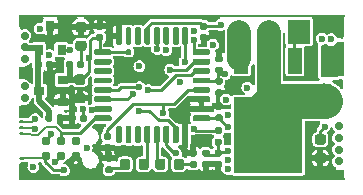
<source format=gtl>
G04 #@! TF.GenerationSoftware,KiCad,Pcbnew,(6.0.8)*
G04 #@! TF.CreationDate,2022-12-09T14:57:26+03:00*
G04 #@! TF.ProjectId,hellen1-wbo,68656c6c-656e-4312-9d77-626f2e6b6963,0.3*
G04 #@! TF.SameCoordinates,PX4a19ba0PY5aa5910*
G04 #@! TF.FileFunction,Copper,L1,Top*
G04 #@! TF.FilePolarity,Positive*
%FSLAX46Y46*%
G04 Gerber Fmt 4.6, Leading zero omitted, Abs format (unit mm)*
G04 Created by KiCad (PCBNEW (6.0.8)) date 2022-12-09 14:57:26*
%MOMM*%
%LPD*%
G01*
G04 APERTURE LIST*
G04 #@! TA.AperFunction,SMDPad,CuDef*
%ADD10R,0.900000X0.800000*%
G04 #@! TD*
G04 #@! TA.AperFunction,SMDPad,CuDef*
%ADD11R,1.200000X2.200000*%
G04 #@! TD*
G04 #@! TA.AperFunction,ComponentPad*
%ADD12C,1.300000*%
G04 #@! TD*
G04 #@! TA.AperFunction,SMDPad,CuDef*
%ADD13R,5.800000X6.400000*%
G04 #@! TD*
G04 #@! TA.AperFunction,SMDPad,CuDef*
%ADD14R,0.800000X0.900000*%
G04 #@! TD*
G04 #@! TA.AperFunction,ComponentPad*
%ADD15C,0.700000*%
G04 #@! TD*
G04 #@! TA.AperFunction,SMDPad,CuDef*
%ADD16C,3.000000*%
G04 #@! TD*
G04 #@! TA.AperFunction,SMDPad,CuDef*
%ADD17R,0.250000X3.000000*%
G04 #@! TD*
G04 #@! TA.AperFunction,SMDPad,CuDef*
%ADD18R,0.250000X1.450000*%
G04 #@! TD*
G04 #@! TA.AperFunction,SMDPad,CuDef*
%ADD19R,0.250000X0.980000*%
G04 #@! TD*
G04 #@! TA.AperFunction,SMDPad,CuDef*
%ADD20R,27.600000X0.250000*%
G04 #@! TD*
G04 #@! TA.AperFunction,SMDPad,CuDef*
%ADD21R,0.250000X1.100000*%
G04 #@! TD*
G04 #@! TA.AperFunction,SMDPad,CuDef*
%ADD22R,0.250000X1.950000*%
G04 #@! TD*
G04 #@! TA.AperFunction,SMDPad,CuDef*
%ADD23R,0.250000X0.950000*%
G04 #@! TD*
G04 #@! TA.AperFunction,ConnectorPad*
%ADD24C,0.787400*%
G04 #@! TD*
G04 #@! TA.AperFunction,ComponentPad*
%ADD25R,1.905000X2.000000*%
G04 #@! TD*
G04 #@! TA.AperFunction,ComponentPad*
%ADD26O,1.905000X2.000000*%
G04 #@! TD*
G04 #@! TA.AperFunction,ViaPad*
%ADD27C,0.600000*%
G04 #@! TD*
G04 #@! TA.AperFunction,Conductor*
%ADD28C,0.500000*%
G04 #@! TD*
G04 #@! TA.AperFunction,Conductor*
%ADD29C,0.250000*%
G04 #@! TD*
G04 #@! TA.AperFunction,Conductor*
%ADD30C,0.203200*%
G04 #@! TD*
G04 #@! TA.AperFunction,Conductor*
%ADD31C,2.999999*%
G04 #@! TD*
G04 #@! TA.AperFunction,Conductor*
%ADD32C,2.000000*%
G04 #@! TD*
G04 APERTURE END LIST*
G04 #@! TO.P,C612,1*
G04 #@! TO.N,VDDA*
G04 #@! TA.AperFunction,SMDPad,CuDef*
G36*
G01*
X17172500Y9070000D02*
X16827500Y9070000D01*
G75*
G02*
X16680000Y9217500I0J147500D01*
G01*
X16680000Y9512500D01*
G75*
G02*
X16827500Y9660000I147500J0D01*
G01*
X17172500Y9660000D01*
G75*
G02*
X17320000Y9512500I0J-147500D01*
G01*
X17320000Y9217500D01*
G75*
G02*
X17172500Y9070000I-147500J0D01*
G01*
G37*
G04 #@! TD.AperFunction*
G04 #@! TO.P,C612,2*
G04 #@! TO.N,GND*
G04 #@! TA.AperFunction,SMDPad,CuDef*
G36*
G01*
X17172500Y10040000D02*
X16827500Y10040000D01*
G75*
G02*
X16680000Y10187500I0J147500D01*
G01*
X16680000Y10482500D01*
G75*
G02*
X16827500Y10630000I147500J0D01*
G01*
X17172500Y10630000D01*
G75*
G02*
X17320000Y10482500I0J-147500D01*
G01*
X17320000Y10187500D01*
G75*
G02*
X17172500Y10040000I-147500J0D01*
G01*
G37*
G04 #@! TD.AperFunction*
G04 #@! TD*
G04 #@! TO.P,C613,1*
G04 #@! TO.N,+5V*
G04 #@! TA.AperFunction,SMDPad,CuDef*
G36*
G01*
X2295000Y5152500D02*
X2295000Y5497500D01*
G75*
G02*
X2442500Y5645000I147500J0D01*
G01*
X2737500Y5645000D01*
G75*
G02*
X2885000Y5497500I0J-147500D01*
G01*
X2885000Y5152500D01*
G75*
G02*
X2737500Y5005000I-147500J0D01*
G01*
X2442500Y5005000D01*
G75*
G02*
X2295000Y5152500I0J147500D01*
G01*
G37*
G04 #@! TD.AperFunction*
G04 #@! TO.P,C613,2*
G04 #@! TO.N,GND*
G04 #@! TA.AperFunction,SMDPad,CuDef*
G36*
G01*
X3265000Y5152500D02*
X3265000Y5497500D01*
G75*
G02*
X3412500Y5645000I147500J0D01*
G01*
X3707500Y5645000D01*
G75*
G02*
X3855000Y5497500I0J-147500D01*
G01*
X3855000Y5152500D01*
G75*
G02*
X3707500Y5005000I-147500J0D01*
G01*
X3412500Y5005000D01*
G75*
G02*
X3265000Y5152500I0J147500D01*
G01*
G37*
G04 #@! TD.AperFunction*
G04 #@! TD*
G04 #@! TO.P,C616,1*
G04 #@! TO.N,+3V3*
G04 #@! TA.AperFunction,SMDPad,CuDef*
G36*
G01*
X4968750Y9012500D02*
X5481250Y9012500D01*
G75*
G02*
X5700000Y8793750I0J-218750D01*
G01*
X5700000Y8356250D01*
G75*
G02*
X5481250Y8137500I-218750J0D01*
G01*
X4968750Y8137500D01*
G75*
G02*
X4750000Y8356250I0J218750D01*
G01*
X4750000Y8793750D01*
G75*
G02*
X4968750Y9012500I218750J0D01*
G01*
G37*
G04 #@! TD.AperFunction*
G04 #@! TO.P,C616,2*
G04 #@! TO.N,GND*
G04 #@! TA.AperFunction,SMDPad,CuDef*
G36*
G01*
X4968750Y7437500D02*
X5481250Y7437500D01*
G75*
G02*
X5700000Y7218750I0J-218750D01*
G01*
X5700000Y6781250D01*
G75*
G02*
X5481250Y6562500I-218750J0D01*
G01*
X4968750Y6562500D01*
G75*
G02*
X4750000Y6781250I0J218750D01*
G01*
X4750000Y7218750D01*
G75*
G02*
X4968750Y7437500I218750J0D01*
G01*
G37*
G04 #@! TD.AperFunction*
G04 #@! TD*
G04 #@! TO.P,R601,1*
G04 #@! TO.N,Net-(C600-Pad1)*
G04 #@! TA.AperFunction,SMDPad,CuDef*
G36*
G01*
X16777500Y2655000D02*
X17122500Y2655000D01*
G75*
G02*
X17270000Y2507500I0J-147500D01*
G01*
X17270000Y2212500D01*
G75*
G02*
X17122500Y2065000I-147500J0D01*
G01*
X16777500Y2065000D01*
G75*
G02*
X16630000Y2212500I0J147500D01*
G01*
X16630000Y2507500D01*
G75*
G02*
X16777500Y2655000I147500J0D01*
G01*
G37*
G04 #@! TD.AperFunction*
G04 #@! TO.P,R601,2*
G04 #@! TO.N,GND*
G04 #@! TA.AperFunction,SMDPad,CuDef*
G36*
G01*
X16777500Y1685000D02*
X17122500Y1685000D01*
G75*
G02*
X17270000Y1537500I0J-147500D01*
G01*
X17270000Y1242500D01*
G75*
G02*
X17122500Y1095000I-147500J0D01*
G01*
X16777500Y1095000D01*
G75*
G02*
X16630000Y1242500I0J147500D01*
G01*
X16630000Y1537500D01*
G75*
G02*
X16777500Y1685000I147500J0D01*
G01*
G37*
G04 #@! TD.AperFunction*
G04 #@! TD*
D10*
G04 #@! TO.P,U604,1,GND*
G04 #@! TO.N,GND*
X3775000Y6675000D03*
G04 #@! TO.P,U604,2,VO*
G04 #@! TO.N,+3V3*
X3775000Y8575000D03*
G04 #@! TO.P,U604,3,VI*
G04 #@! TO.N,+5V*
X1775000Y7625000D03*
G04 #@! TD*
G04 #@! TO.P,C600,1*
G04 #@! TO.N,Net-(C600-Pad1)*
G04 #@! TA.AperFunction,SMDPad,CuDef*
G36*
G01*
X15715000Y2655000D02*
X16060000Y2655000D01*
G75*
G02*
X16207500Y2507500I0J-147500D01*
G01*
X16207500Y2212500D01*
G75*
G02*
X16060000Y2065000I-147500J0D01*
G01*
X15715000Y2065000D01*
G75*
G02*
X15567500Y2212500I0J147500D01*
G01*
X15567500Y2507500D01*
G75*
G02*
X15715000Y2655000I147500J0D01*
G01*
G37*
G04 #@! TD.AperFunction*
G04 #@! TO.P,C600,2*
G04 #@! TO.N,GND*
G04 #@! TA.AperFunction,SMDPad,CuDef*
G36*
G01*
X15715000Y1685000D02*
X16060000Y1685000D01*
G75*
G02*
X16207500Y1537500I0J-147500D01*
G01*
X16207500Y1242500D01*
G75*
G02*
X16060000Y1095000I-147500J0D01*
G01*
X15715000Y1095000D01*
G75*
G02*
X15567500Y1242500I0J147500D01*
G01*
X15567500Y1537500D01*
G75*
G02*
X15715000Y1685000I147500J0D01*
G01*
G37*
G04 #@! TD.AperFunction*
G04 #@! TD*
G04 #@! TO.P,C611,1*
G04 #@! TO.N,VDDA*
G04 #@! TA.AperFunction,SMDPad,CuDef*
G36*
G01*
X16827500Y8730000D02*
X17172500Y8730000D01*
G75*
G02*
X17320000Y8582500I0J-147500D01*
G01*
X17320000Y8287500D01*
G75*
G02*
X17172500Y8140000I-147500J0D01*
G01*
X16827500Y8140000D01*
G75*
G02*
X16680000Y8287500I0J147500D01*
G01*
X16680000Y8582500D01*
G75*
G02*
X16827500Y8730000I147500J0D01*
G01*
G37*
G04 #@! TD.AperFunction*
G04 #@! TO.P,C611,2*
G04 #@! TO.N,GND*
G04 #@! TA.AperFunction,SMDPad,CuDef*
G36*
G01*
X16827500Y7760000D02*
X17172500Y7760000D01*
G75*
G02*
X17320000Y7612500I0J-147500D01*
G01*
X17320000Y7317500D01*
G75*
G02*
X17172500Y7170000I-147500J0D01*
G01*
X16827500Y7170000D01*
G75*
G02*
X16680000Y7317500I0J147500D01*
G01*
X16680000Y7612500D01*
G75*
G02*
X16827500Y7760000I147500J0D01*
G01*
G37*
G04 #@! TD.AperFunction*
G04 #@! TD*
G04 #@! TO.P,R617,1*
G04 #@! TO.N,GND*
G04 #@! TA.AperFunction,SMDPad,CuDef*
G36*
G01*
X15872500Y11845000D02*
X15527500Y11845000D01*
G75*
G02*
X15380000Y11992500I0J147500D01*
G01*
X15380000Y12287500D01*
G75*
G02*
X15527500Y12435000I147500J0D01*
G01*
X15872500Y12435000D01*
G75*
G02*
X16020000Y12287500I0J-147500D01*
G01*
X16020000Y11992500D01*
G75*
G02*
X15872500Y11845000I-147500J0D01*
G01*
G37*
G04 #@! TD.AperFunction*
G04 #@! TO.P,R617,2*
G04 #@! TO.N,/heater_pwm*
G04 #@! TA.AperFunction,SMDPad,CuDef*
G36*
G01*
X15872500Y12815000D02*
X15527500Y12815000D01*
G75*
G02*
X15380000Y12962500I0J147500D01*
G01*
X15380000Y13257500D01*
G75*
G02*
X15527500Y13405000I147500J0D01*
G01*
X15872500Y13405000D01*
G75*
G02*
X16020000Y13257500I0J-147500D01*
G01*
X16020000Y12962500D01*
G75*
G02*
X15872500Y12815000I-147500J0D01*
G01*
G37*
G04 #@! TD.AperFunction*
G04 #@! TD*
G04 #@! TO.P,C614,1*
G04 #@! TO.N,+3V3*
G04 #@! TA.AperFunction,SMDPad,CuDef*
G36*
G01*
X17172500Y5045000D02*
X16827500Y5045000D01*
G75*
G02*
X16680000Y5192500I0J147500D01*
G01*
X16680000Y5487500D01*
G75*
G02*
X16827500Y5635000I147500J0D01*
G01*
X17172500Y5635000D01*
G75*
G02*
X17320000Y5487500I0J-147500D01*
G01*
X17320000Y5192500D01*
G75*
G02*
X17172500Y5045000I-147500J0D01*
G01*
G37*
G04 #@! TD.AperFunction*
G04 #@! TO.P,C614,2*
G04 #@! TO.N,GND*
G04 #@! TA.AperFunction,SMDPad,CuDef*
G36*
G01*
X17172500Y6015000D02*
X16827500Y6015000D01*
G75*
G02*
X16680000Y6162500I0J147500D01*
G01*
X16680000Y6457500D01*
G75*
G02*
X16827500Y6605000I147500J0D01*
G01*
X17172500Y6605000D01*
G75*
G02*
X17320000Y6457500I0J-147500D01*
G01*
X17320000Y6162500D01*
G75*
G02*
X17172500Y6015000I-147500J0D01*
G01*
G37*
G04 #@! TD.AperFunction*
G04 #@! TD*
G04 #@! TO.P,C615,1*
G04 #@! TO.N,+3V3*
G04 #@! TA.AperFunction,SMDPad,CuDef*
G36*
G01*
X7072500Y11845000D02*
X6727500Y11845000D01*
G75*
G02*
X6580000Y11992500I0J147500D01*
G01*
X6580000Y12287500D01*
G75*
G02*
X6727500Y12435000I147500J0D01*
G01*
X7072500Y12435000D01*
G75*
G02*
X7220000Y12287500I0J-147500D01*
G01*
X7220000Y11992500D01*
G75*
G02*
X7072500Y11845000I-147500J0D01*
G01*
G37*
G04 #@! TD.AperFunction*
G04 #@! TO.P,C615,2*
G04 #@! TO.N,GND*
G04 #@! TA.AperFunction,SMDPad,CuDef*
G36*
G01*
X7072500Y12815000D02*
X6727500Y12815000D01*
G75*
G02*
X6580000Y12962500I0J147500D01*
G01*
X6580000Y13257500D01*
G75*
G02*
X6727500Y13405000I147500J0D01*
G01*
X7072500Y13405000D01*
G75*
G02*
X7220000Y13257500I0J-147500D01*
G01*
X7220000Y12962500D01*
G75*
G02*
X7072500Y12815000I-147500J0D01*
G01*
G37*
G04 #@! TD.AperFunction*
G04 #@! TD*
D11*
G04 #@! TO.P,Q600,1,G*
G04 #@! TO.N,Net-(Q600-Pad1)*
X23440000Y10150000D03*
D12*
G04 #@! TO.P,Q600,2,D*
G04 #@! TO.N,/LSU_H+*
X23160000Y2950000D03*
X21160000Y5950000D03*
X19160000Y2950000D03*
D13*
X21160000Y3850000D03*
D11*
G04 #@! TO.P,Q600,3,S*
G04 #@! TO.N,/LSU_H-*
X18880000Y10150000D03*
G04 #@! TD*
G04 #@! TO.P,R625,1*
G04 #@! TO.N,GND*
G04 #@! TA.AperFunction,SMDPad,CuDef*
G36*
G01*
X4270000Y5127500D02*
X4270000Y5472500D01*
G75*
G02*
X4417500Y5620000I147500J0D01*
G01*
X4712500Y5620000D01*
G75*
G02*
X4860000Y5472500I0J-147500D01*
G01*
X4860000Y5127500D01*
G75*
G02*
X4712500Y4980000I-147500J0D01*
G01*
X4417500Y4980000D01*
G75*
G02*
X4270000Y5127500I0J147500D01*
G01*
G37*
G04 #@! TD.AperFunction*
G04 #@! TO.P,R625,2*
G04 #@! TO.N,/Boot0*
G04 #@! TA.AperFunction,SMDPad,CuDef*
G36*
G01*
X5240000Y5127500D02*
X5240000Y5472500D01*
G75*
G02*
X5387500Y5620000I147500J0D01*
G01*
X5682500Y5620000D01*
G75*
G02*
X5830000Y5472500I0J-147500D01*
G01*
X5830000Y5127500D01*
G75*
G02*
X5682500Y4980000I-147500J0D01*
G01*
X5387500Y4980000D01*
G75*
G02*
X5240000Y5127500I0J147500D01*
G01*
G37*
G04 #@! TD.AperFunction*
G04 #@! TD*
G04 #@! TO.P,D601,1,K*
G04 #@! TO.N,Net-(D601-Pad1)*
G04 #@! TA.AperFunction,SMDPad,CuDef*
G36*
G01*
X14050000Y1656250D02*
X14050000Y1143750D01*
G75*
G02*
X13831250Y925000I-218750J0D01*
G01*
X13393750Y925000D01*
G75*
G02*
X13175000Y1143750I0J218750D01*
G01*
X13175000Y1656250D01*
G75*
G02*
X13393750Y1875000I218750J0D01*
G01*
X13831250Y1875000D01*
G75*
G02*
X14050000Y1656250I0J-218750D01*
G01*
G37*
G04 #@! TD.AperFunction*
G04 #@! TO.P,D601,2,A*
G04 #@! TO.N,/LED_GREEN*
G04 #@! TA.AperFunction,SMDPad,CuDef*
G36*
G01*
X12475000Y1656250D02*
X12475000Y1143750D01*
G75*
G02*
X12256250Y925000I-218750J0D01*
G01*
X11818750Y925000D01*
G75*
G02*
X11600000Y1143750I0J218750D01*
G01*
X11600000Y1656250D01*
G75*
G02*
X11818750Y1875000I218750J0D01*
G01*
X12256250Y1875000D01*
G75*
G02*
X12475000Y1656250I0J-218750D01*
G01*
G37*
G04 #@! TD.AperFunction*
G04 #@! TD*
G04 #@! TO.P,R626,1*
G04 #@! TO.N,GND*
G04 #@! TA.AperFunction,SMDPad,CuDef*
G36*
G01*
X14652500Y2655000D02*
X14997500Y2655000D01*
G75*
G02*
X15145000Y2507500I0J-147500D01*
G01*
X15145000Y2212500D01*
G75*
G02*
X14997500Y2065000I-147500J0D01*
G01*
X14652500Y2065000D01*
G75*
G02*
X14505000Y2212500I0J147500D01*
G01*
X14505000Y2507500D01*
G75*
G02*
X14652500Y2655000I147500J0D01*
G01*
G37*
G04 #@! TD.AperFunction*
G04 #@! TO.P,R626,2*
G04 #@! TO.N,Net-(D601-Pad1)*
G04 #@! TA.AperFunction,SMDPad,CuDef*
G36*
G01*
X14652500Y1685000D02*
X14997500Y1685000D01*
G75*
G02*
X15145000Y1537500I0J-147500D01*
G01*
X15145000Y1242500D01*
G75*
G02*
X14997500Y1095000I-147500J0D01*
G01*
X14652500Y1095000D01*
G75*
G02*
X14505000Y1242500I0J147500D01*
G01*
X14505000Y1537500D01*
G75*
G02*
X14652500Y1685000I147500J0D01*
G01*
G37*
G04 #@! TD.AperFunction*
G04 #@! TD*
G04 #@! TO.P,D600,1,K*
G04 #@! TO.N,GND*
G04 #@! TA.AperFunction,SMDPad,CuDef*
G36*
G01*
X25856250Y1500000D02*
X25343750Y1500000D01*
G75*
G02*
X25125000Y1718750I0J218750D01*
G01*
X25125000Y2156250D01*
G75*
G02*
X25343750Y2375000I218750J0D01*
G01*
X25856250Y2375000D01*
G75*
G02*
X26075000Y2156250I0J-218750D01*
G01*
X26075000Y1718750D01*
G75*
G02*
X25856250Y1500000I-218750J0D01*
G01*
G37*
G04 #@! TD.AperFunction*
G04 #@! TO.P,D600,2,A*
G04 #@! TO.N,Net-(D600-Pad2)*
G04 #@! TA.AperFunction,SMDPad,CuDef*
G36*
G01*
X25856250Y3075000D02*
X25343750Y3075000D01*
G75*
G02*
X25125000Y3293750I0J218750D01*
G01*
X25125000Y3731250D01*
G75*
G02*
X25343750Y3950000I218750J0D01*
G01*
X25856250Y3950000D01*
G75*
G02*
X26075000Y3731250I0J-218750D01*
G01*
X26075000Y3293750D01*
G75*
G02*
X25856250Y3075000I-218750J0D01*
G01*
G37*
G04 #@! TD.AperFunction*
G04 #@! TD*
G04 #@! TO.P,D602,1,K*
G04 #@! TO.N,Net-(D602-Pad1)*
G04 #@! TA.AperFunction,SMDPad,CuDef*
G36*
G01*
X8625000Y1143750D02*
X8625000Y1656250D01*
G75*
G02*
X8843750Y1875000I218750J0D01*
G01*
X9281250Y1875000D01*
G75*
G02*
X9500000Y1656250I0J-218750D01*
G01*
X9500000Y1143750D01*
G75*
G02*
X9281250Y925000I-218750J0D01*
G01*
X8843750Y925000D01*
G75*
G02*
X8625000Y1143750I0J218750D01*
G01*
G37*
G04 #@! TD.AperFunction*
G04 #@! TO.P,D602,2,A*
G04 #@! TO.N,/LED_BLUE*
G04 #@! TA.AperFunction,SMDPad,CuDef*
G36*
G01*
X10200000Y1143750D02*
X10200000Y1656250D01*
G75*
G02*
X10418750Y1875000I218750J0D01*
G01*
X10856250Y1875000D01*
G75*
G02*
X11075000Y1656250I0J-218750D01*
G01*
X11075000Y1143750D01*
G75*
G02*
X10856250Y925000I-218750J0D01*
G01*
X10418750Y925000D01*
G75*
G02*
X10200000Y1143750I0J218750D01*
G01*
G37*
G04 #@! TD.AperFunction*
G04 #@! TD*
G04 #@! TO.P,R627,1*
G04 #@! TO.N,GND*
G04 #@! TA.AperFunction,SMDPad,CuDef*
G36*
G01*
X7527500Y2205000D02*
X7872500Y2205000D01*
G75*
G02*
X8020000Y2057500I0J-147500D01*
G01*
X8020000Y1762500D01*
G75*
G02*
X7872500Y1615000I-147500J0D01*
G01*
X7527500Y1615000D01*
G75*
G02*
X7380000Y1762500I0J147500D01*
G01*
X7380000Y2057500D01*
G75*
G02*
X7527500Y2205000I147500J0D01*
G01*
G37*
G04 #@! TD.AperFunction*
G04 #@! TO.P,R627,2*
G04 #@! TO.N,Net-(D602-Pad1)*
G04 #@! TA.AperFunction,SMDPad,CuDef*
G36*
G01*
X7527500Y1235000D02*
X7872500Y1235000D01*
G75*
G02*
X8020000Y1087500I0J-147500D01*
G01*
X8020000Y792500D01*
G75*
G02*
X7872500Y645000I-147500J0D01*
G01*
X7527500Y645000D01*
G75*
G02*
X7380000Y792500I0J147500D01*
G01*
X7380000Y1087500D01*
G75*
G02*
X7527500Y1235000I147500J0D01*
G01*
G37*
G04 #@! TD.AperFunction*
G04 #@! TD*
G04 #@! TO.P,U602,1,VDD*
G04 #@! TO.N,+3V3*
G04 #@! TA.AperFunction,SMDPad,CuDef*
G36*
G01*
X16275000Y5425000D02*
X16275000Y5175000D01*
G75*
G02*
X16150000Y5050000I-125000J0D01*
G01*
X14900000Y5050000D01*
G75*
G02*
X14775000Y5175000I0J125000D01*
G01*
X14775000Y5425000D01*
G75*
G02*
X14900000Y5550000I125000J0D01*
G01*
X16150000Y5550000D01*
G75*
G02*
X16275000Y5425000I0J-125000D01*
G01*
G37*
G04 #@! TD.AperFunction*
G04 #@! TO.P,U602,2,PF0*
G04 #@! TO.N,GND*
G04 #@! TA.AperFunction,SMDPad,CuDef*
G36*
G01*
X16275000Y6225000D02*
X16275000Y5975000D01*
G75*
G02*
X16150000Y5850000I-125000J0D01*
G01*
X14900000Y5850000D01*
G75*
G02*
X14775000Y5975000I0J125000D01*
G01*
X14775000Y6225000D01*
G75*
G02*
X14900000Y6350000I125000J0D01*
G01*
X16150000Y6350000D01*
G75*
G02*
X16275000Y6225000I0J-125000D01*
G01*
G37*
G04 #@! TD.AperFunction*
G04 #@! TO.P,U602,3,PF1*
G04 #@! TA.AperFunction,SMDPad,CuDef*
G36*
G01*
X16275000Y7025000D02*
X16275000Y6775000D01*
G75*
G02*
X16150000Y6650000I-125000J0D01*
G01*
X14900000Y6650000D01*
G75*
G02*
X14775000Y6775000I0J125000D01*
G01*
X14775000Y7025000D01*
G75*
G02*
X14900000Y7150000I125000J0D01*
G01*
X16150000Y7150000D01*
G75*
G02*
X16275000Y7025000I0J-125000D01*
G01*
G37*
G04 #@! TD.AperFunction*
G04 #@! TO.P,U602,4,NRST*
G04 #@! TO.N,/nRESET*
G04 #@! TA.AperFunction,SMDPad,CuDef*
G36*
G01*
X16275000Y7825000D02*
X16275000Y7575000D01*
G75*
G02*
X16150000Y7450000I-125000J0D01*
G01*
X14900000Y7450000D01*
G75*
G02*
X14775000Y7575000I0J125000D01*
G01*
X14775000Y7825000D01*
G75*
G02*
X14900000Y7950000I125000J0D01*
G01*
X16150000Y7950000D01*
G75*
G02*
X16275000Y7825000I0J-125000D01*
G01*
G37*
G04 #@! TD.AperFunction*
G04 #@! TO.P,U602,5,VDDA*
G04 #@! TO.N,VDDA*
G04 #@! TA.AperFunction,SMDPad,CuDef*
G36*
G01*
X16275000Y8625000D02*
X16275000Y8375000D01*
G75*
G02*
X16150000Y8250000I-125000J0D01*
G01*
X14900000Y8250000D01*
G75*
G02*
X14775000Y8375000I0J125000D01*
G01*
X14775000Y8625000D01*
G75*
G02*
X14900000Y8750000I125000J0D01*
G01*
X16150000Y8750000D01*
G75*
G02*
X16275000Y8625000I0J-125000D01*
G01*
G37*
G04 #@! TD.AperFunction*
G04 #@! TO.P,U602,6,PA0*
G04 #@! TO.N,/Un_sense*
G04 #@! TA.AperFunction,SMDPad,CuDef*
G36*
G01*
X16275000Y9425000D02*
X16275000Y9175000D01*
G75*
G02*
X16150000Y9050000I-125000J0D01*
G01*
X14900000Y9050000D01*
G75*
G02*
X14775000Y9175000I0J125000D01*
G01*
X14775000Y9425000D01*
G75*
G02*
X14900000Y9550000I125000J0D01*
G01*
X16150000Y9550000D01*
G75*
G02*
X16275000Y9425000I0J-125000D01*
G01*
G37*
G04 #@! TD.AperFunction*
G04 #@! TO.P,U602,7,PA1*
G04 #@! TO.N,/LSU_Vm*
G04 #@! TA.AperFunction,SMDPad,CuDef*
G36*
G01*
X16275000Y10225000D02*
X16275000Y9975000D01*
G75*
G02*
X16150000Y9850000I-125000J0D01*
G01*
X14900000Y9850000D01*
G75*
G02*
X14775000Y9975000I0J125000D01*
G01*
X14775000Y10225000D01*
G75*
G02*
X14900000Y10350000I125000J0D01*
G01*
X16150000Y10350000D01*
G75*
G02*
X16275000Y10225000I0J-125000D01*
G01*
G37*
G04 #@! TD.AperFunction*
G04 #@! TO.P,U602,8,PA2*
G04 #@! TO.N,/Ip_sense*
G04 #@! TA.AperFunction,SMDPad,CuDef*
G36*
G01*
X16275000Y11025000D02*
X16275000Y10775000D01*
G75*
G02*
X16150000Y10650000I-125000J0D01*
G01*
X14900000Y10650000D01*
G75*
G02*
X14775000Y10775000I0J125000D01*
G01*
X14775000Y11025000D01*
G75*
G02*
X14900000Y11150000I125000J0D01*
G01*
X16150000Y11150000D01*
G75*
G02*
X16275000Y11025000I0J-125000D01*
G01*
G37*
G04 #@! TD.AperFunction*
G04 #@! TO.P,U602,9,PA3*
G04 #@! TO.N,/Vm*
G04 #@! TA.AperFunction,SMDPad,CuDef*
G36*
G01*
X14400000Y12900000D02*
X14400000Y11650000D01*
G75*
G02*
X14275000Y11525000I-125000J0D01*
G01*
X14025000Y11525000D01*
G75*
G02*
X13900000Y11650000I0J125000D01*
G01*
X13900000Y12900000D01*
G75*
G02*
X14025000Y13025000I125000J0D01*
G01*
X14275000Y13025000D01*
G75*
G02*
X14400000Y12900000I0J-125000D01*
G01*
G37*
G04 #@! TD.AperFunction*
G04 #@! TO.P,U602,10,PA4*
G04 #@! TO.N,unconnected-(U602-Pad10)*
G04 #@! TA.AperFunction,SMDPad,CuDef*
G36*
G01*
X13600000Y12900000D02*
X13600000Y11650000D01*
G75*
G02*
X13475000Y11525000I-125000J0D01*
G01*
X13225000Y11525000D01*
G75*
G02*
X13100000Y11650000I0J125000D01*
G01*
X13100000Y12900000D01*
G75*
G02*
X13225000Y13025000I125000J0D01*
G01*
X13475000Y13025000D01*
G75*
G02*
X13600000Y12900000I0J-125000D01*
G01*
G37*
G04 #@! TD.AperFunction*
G04 #@! TO.P,U602,11,PA5*
G04 #@! TO.N,unconnected-(U602-Pad11)*
G04 #@! TA.AperFunction,SMDPad,CuDef*
G36*
G01*
X12800000Y12900000D02*
X12800000Y11650000D01*
G75*
G02*
X12675000Y11525000I-125000J0D01*
G01*
X12425000Y11525000D01*
G75*
G02*
X12300000Y11650000I0J125000D01*
G01*
X12300000Y12900000D01*
G75*
G02*
X12425000Y13025000I125000J0D01*
G01*
X12675000Y13025000D01*
G75*
G02*
X12800000Y12900000I0J-125000D01*
G01*
G37*
G04 #@! TD.AperFunction*
G04 #@! TO.P,U602,12,PA6*
G04 #@! TO.N,/Ip_dac*
G04 #@! TA.AperFunction,SMDPad,CuDef*
G36*
G01*
X12000000Y12900000D02*
X12000000Y11650000D01*
G75*
G02*
X11875000Y11525000I-125000J0D01*
G01*
X11625000Y11525000D01*
G75*
G02*
X11500000Y11650000I0J125000D01*
G01*
X11500000Y12900000D01*
G75*
G02*
X11625000Y13025000I125000J0D01*
G01*
X11875000Y13025000D01*
G75*
G02*
X12000000Y12900000I0J-125000D01*
G01*
G37*
G04 #@! TD.AperFunction*
G04 #@! TO.P,U602,13,PA7*
G04 #@! TO.N,/heater_pwm*
G04 #@! TA.AperFunction,SMDPad,CuDef*
G36*
G01*
X11200000Y12900000D02*
X11200000Y11650000D01*
G75*
G02*
X11075000Y11525000I-125000J0D01*
G01*
X10825000Y11525000D01*
G75*
G02*
X10700000Y11650000I0J125000D01*
G01*
X10700000Y12900000D01*
G75*
G02*
X10825000Y13025000I125000J0D01*
G01*
X11075000Y13025000D01*
G75*
G02*
X11200000Y12900000I0J-125000D01*
G01*
G37*
G04 #@! TD.AperFunction*
G04 #@! TO.P,U602,14,PB0*
G04 #@! TO.N,unconnected-(U602-Pad14)*
G04 #@! TA.AperFunction,SMDPad,CuDef*
G36*
G01*
X10400000Y12900000D02*
X10400000Y11650000D01*
G75*
G02*
X10275000Y11525000I-125000J0D01*
G01*
X10025000Y11525000D01*
G75*
G02*
X9900000Y11650000I0J125000D01*
G01*
X9900000Y12900000D01*
G75*
G02*
X10025000Y13025000I125000J0D01*
G01*
X10275000Y13025000D01*
G75*
G02*
X10400000Y12900000I0J-125000D01*
G01*
G37*
G04 #@! TD.AperFunction*
G04 #@! TO.P,U602,15,PB1*
G04 #@! TO.N,/SEL1*
G04 #@! TA.AperFunction,SMDPad,CuDef*
G36*
G01*
X9600000Y12900000D02*
X9600000Y11650000D01*
G75*
G02*
X9475000Y11525000I-125000J0D01*
G01*
X9225000Y11525000D01*
G75*
G02*
X9100000Y11650000I0J125000D01*
G01*
X9100000Y12900000D01*
G75*
G02*
X9225000Y13025000I125000J0D01*
G01*
X9475000Y13025000D01*
G75*
G02*
X9600000Y12900000I0J-125000D01*
G01*
G37*
G04 #@! TD.AperFunction*
G04 #@! TO.P,U602,16,VSS*
G04 #@! TO.N,GND*
G04 #@! TA.AperFunction,SMDPad,CuDef*
G36*
G01*
X8800000Y12900000D02*
X8800000Y11650000D01*
G75*
G02*
X8675000Y11525000I-125000J0D01*
G01*
X8425000Y11525000D01*
G75*
G02*
X8300000Y11650000I0J125000D01*
G01*
X8300000Y12900000D01*
G75*
G02*
X8425000Y13025000I125000J0D01*
G01*
X8675000Y13025000D01*
G75*
G02*
X8800000Y12900000I0J-125000D01*
G01*
G37*
G04 #@! TD.AperFunction*
G04 #@! TO.P,U602,17,VDDIO2*
G04 #@! TO.N,+3V3*
G04 #@! TA.AperFunction,SMDPad,CuDef*
G36*
G01*
X7925000Y11025000D02*
X7925000Y10775000D01*
G75*
G02*
X7800000Y10650000I-125000J0D01*
G01*
X6550000Y10650000D01*
G75*
G02*
X6425000Y10775000I0J125000D01*
G01*
X6425000Y11025000D01*
G75*
G02*
X6550000Y11150000I125000J0D01*
G01*
X7800000Y11150000D01*
G75*
G02*
X7925000Y11025000I0J-125000D01*
G01*
G37*
G04 #@! TD.AperFunction*
G04 #@! TO.P,U602,18,PA8*
G04 #@! TO.N,/SEL2*
G04 #@! TA.AperFunction,SMDPad,CuDef*
G36*
G01*
X7925000Y10225000D02*
X7925000Y9975000D01*
G75*
G02*
X7800000Y9850000I-125000J0D01*
G01*
X6550000Y9850000D01*
G75*
G02*
X6425000Y9975000I0J125000D01*
G01*
X6425000Y10225000D01*
G75*
G02*
X6550000Y10350000I125000J0D01*
G01*
X7800000Y10350000D01*
G75*
G02*
X7925000Y10225000I0J-125000D01*
G01*
G37*
G04 #@! TD.AperFunction*
G04 #@! TO.P,U602,19,PA9*
G04 #@! TO.N,unconnected-(U602-Pad19)*
G04 #@! TA.AperFunction,SMDPad,CuDef*
G36*
G01*
X7925000Y9425000D02*
X7925000Y9175000D01*
G75*
G02*
X7800000Y9050000I-125000J0D01*
G01*
X6550000Y9050000D01*
G75*
G02*
X6425000Y9175000I0J125000D01*
G01*
X6425000Y9425000D01*
G75*
G02*
X6550000Y9550000I125000J0D01*
G01*
X7800000Y9550000D01*
G75*
G02*
X7925000Y9425000I0J-125000D01*
G01*
G37*
G04 #@! TD.AperFunction*
G04 #@! TO.P,U602,20,PA10*
G04 #@! TO.N,unconnected-(U602-Pad20)*
G04 #@! TA.AperFunction,SMDPad,CuDef*
G36*
G01*
X7925000Y8625000D02*
X7925000Y8375000D01*
G75*
G02*
X7800000Y8250000I-125000J0D01*
G01*
X6550000Y8250000D01*
G75*
G02*
X6425000Y8375000I0J125000D01*
G01*
X6425000Y8625000D01*
G75*
G02*
X6550000Y8750000I125000J0D01*
G01*
X7800000Y8750000D01*
G75*
G02*
X7925000Y8625000I0J-125000D01*
G01*
G37*
G04 #@! TD.AperFunction*
G04 #@! TO.P,U602,21,PA11*
G04 #@! TO.N,/CAN_RX*
G04 #@! TA.AperFunction,SMDPad,CuDef*
G36*
G01*
X7925000Y7825000D02*
X7925000Y7575000D01*
G75*
G02*
X7800000Y7450000I-125000J0D01*
G01*
X6550000Y7450000D01*
G75*
G02*
X6425000Y7575000I0J125000D01*
G01*
X6425000Y7825000D01*
G75*
G02*
X6550000Y7950000I125000J0D01*
G01*
X7800000Y7950000D01*
G75*
G02*
X7925000Y7825000I0J-125000D01*
G01*
G37*
G04 #@! TD.AperFunction*
G04 #@! TO.P,U602,22,PA12*
G04 #@! TO.N,/CAN_TX*
G04 #@! TA.AperFunction,SMDPad,CuDef*
G36*
G01*
X7925000Y7025000D02*
X7925000Y6775000D01*
G75*
G02*
X7800000Y6650000I-125000J0D01*
G01*
X6550000Y6650000D01*
G75*
G02*
X6425000Y6775000I0J125000D01*
G01*
X6425000Y7025000D01*
G75*
G02*
X6550000Y7150000I125000J0D01*
G01*
X7800000Y7150000D01*
G75*
G02*
X7925000Y7025000I0J-125000D01*
G01*
G37*
G04 #@! TD.AperFunction*
G04 #@! TO.P,U602,23,PA13*
G04 #@! TO.N,/SWDIO*
G04 #@! TA.AperFunction,SMDPad,CuDef*
G36*
G01*
X7925000Y6225000D02*
X7925000Y5975000D01*
G75*
G02*
X7800000Y5850000I-125000J0D01*
G01*
X6550000Y5850000D01*
G75*
G02*
X6425000Y5975000I0J125000D01*
G01*
X6425000Y6225000D01*
G75*
G02*
X6550000Y6350000I125000J0D01*
G01*
X7800000Y6350000D01*
G75*
G02*
X7925000Y6225000I0J-125000D01*
G01*
G37*
G04 #@! TD.AperFunction*
G04 #@! TO.P,U602,24,PA14*
G04 #@! TO.N,/SWCLK*
G04 #@! TA.AperFunction,SMDPad,CuDef*
G36*
G01*
X7925000Y5425000D02*
X7925000Y5175000D01*
G75*
G02*
X7800000Y5050000I-125000J0D01*
G01*
X6550000Y5050000D01*
G75*
G02*
X6425000Y5175000I0J125000D01*
G01*
X6425000Y5425000D01*
G75*
G02*
X6550000Y5550000I125000J0D01*
G01*
X7800000Y5550000D01*
G75*
G02*
X7925000Y5425000I0J-125000D01*
G01*
G37*
G04 #@! TD.AperFunction*
G04 #@! TO.P,U602,25,PA15*
G04 #@! TO.N,unconnected-(U602-Pad25)*
G04 #@! TA.AperFunction,SMDPad,CuDef*
G36*
G01*
X8800000Y4550000D02*
X8800000Y3300000D01*
G75*
G02*
X8675000Y3175000I-125000J0D01*
G01*
X8425000Y3175000D01*
G75*
G02*
X8300000Y3300000I0J125000D01*
G01*
X8300000Y4550000D01*
G75*
G02*
X8425000Y4675000I125000J0D01*
G01*
X8675000Y4675000D01*
G75*
G02*
X8800000Y4550000I0J-125000D01*
G01*
G37*
G04 #@! TD.AperFunction*
G04 #@! TO.P,U602,26,PB3*
G04 #@! TO.N,unconnected-(U602-Pad26)*
G04 #@! TA.AperFunction,SMDPad,CuDef*
G36*
G01*
X9600000Y4550000D02*
X9600000Y3300000D01*
G75*
G02*
X9475000Y3175000I-125000J0D01*
G01*
X9225000Y3175000D01*
G75*
G02*
X9100000Y3300000I0J125000D01*
G01*
X9100000Y4550000D01*
G75*
G02*
X9225000Y4675000I125000J0D01*
G01*
X9475000Y4675000D01*
G75*
G02*
X9600000Y4550000I0J-125000D01*
G01*
G37*
G04 #@! TD.AperFunction*
G04 #@! TO.P,U602,27,PB4*
G04 #@! TO.N,unconnected-(U602-Pad27)*
G04 #@! TA.AperFunction,SMDPad,CuDef*
G36*
G01*
X10400000Y4550000D02*
X10400000Y3300000D01*
G75*
G02*
X10275000Y3175000I-125000J0D01*
G01*
X10025000Y3175000D01*
G75*
G02*
X9900000Y3300000I0J125000D01*
G01*
X9900000Y4550000D01*
G75*
G02*
X10025000Y4675000I125000J0D01*
G01*
X10275000Y4675000D01*
G75*
G02*
X10400000Y4550000I0J-125000D01*
G01*
G37*
G04 #@! TD.AperFunction*
G04 #@! TO.P,U602,28,PB5*
G04 #@! TO.N,/LED_BLUE*
G04 #@! TA.AperFunction,SMDPad,CuDef*
G36*
G01*
X11200000Y4550000D02*
X11200000Y3300000D01*
G75*
G02*
X11075000Y3175000I-125000J0D01*
G01*
X10825000Y3175000D01*
G75*
G02*
X10700000Y3300000I0J125000D01*
G01*
X10700000Y4550000D01*
G75*
G02*
X10825000Y4675000I125000J0D01*
G01*
X11075000Y4675000D01*
G75*
G02*
X11200000Y4550000I0J-125000D01*
G01*
G37*
G04 #@! TD.AperFunction*
G04 #@! TO.P,U602,29,PB6*
G04 #@! TO.N,/LED_GREEN*
G04 #@! TA.AperFunction,SMDPad,CuDef*
G36*
G01*
X12000000Y4550000D02*
X12000000Y3300000D01*
G75*
G02*
X11875000Y3175000I-125000J0D01*
G01*
X11625000Y3175000D01*
G75*
G02*
X11500000Y3300000I0J125000D01*
G01*
X11500000Y4550000D01*
G75*
G02*
X11625000Y4675000I125000J0D01*
G01*
X11875000Y4675000D01*
G75*
G02*
X12000000Y4550000I0J-125000D01*
G01*
G37*
G04 #@! TD.AperFunction*
G04 #@! TO.P,U602,30,PB7*
G04 #@! TO.N,/Nernst_esr_drive*
G04 #@! TA.AperFunction,SMDPad,CuDef*
G36*
G01*
X12800000Y4550000D02*
X12800000Y3300000D01*
G75*
G02*
X12675000Y3175000I-125000J0D01*
G01*
X12425000Y3175000D01*
G75*
G02*
X12300000Y3300000I0J125000D01*
G01*
X12300000Y4550000D01*
G75*
G02*
X12425000Y4675000I125000J0D01*
G01*
X12675000Y4675000D01*
G75*
G02*
X12800000Y4550000I0J-125000D01*
G01*
G37*
G04 #@! TD.AperFunction*
G04 #@! TO.P,U602,31,PB8*
G04 #@! TO.N,/Boot0*
G04 #@! TA.AperFunction,SMDPad,CuDef*
G36*
G01*
X13600000Y4550000D02*
X13600000Y3300000D01*
G75*
G02*
X13475000Y3175000I-125000J0D01*
G01*
X13225000Y3175000D01*
G75*
G02*
X13100000Y3300000I0J125000D01*
G01*
X13100000Y4550000D01*
G75*
G02*
X13225000Y4675000I125000J0D01*
G01*
X13475000Y4675000D01*
G75*
G02*
X13600000Y4550000I0J-125000D01*
G01*
G37*
G04 #@! TD.AperFunction*
G04 #@! TO.P,U602,32,VSSA*
G04 #@! TO.N,GND*
G04 #@! TA.AperFunction,SMDPad,CuDef*
G36*
G01*
X14400000Y4550000D02*
X14400000Y3300000D01*
G75*
G02*
X14275000Y3175000I-125000J0D01*
G01*
X14025000Y3175000D01*
G75*
G02*
X13900000Y3300000I0J125000D01*
G01*
X13900000Y4550000D01*
G75*
G02*
X14025000Y4675000I125000J0D01*
G01*
X14275000Y4675000D01*
G75*
G02*
X14400000Y4550000I0J-125000D01*
G01*
G37*
G04 #@! TD.AperFunction*
G04 #@! TD*
G04 #@! TO.P,R628,1*
G04 #@! TO.N,Net-(D603-Pad2)*
G04 #@! TA.AperFunction,SMDPad,CuDef*
G36*
G01*
X5605000Y10022500D02*
X5605000Y9677500D01*
G75*
G02*
X5457500Y9530000I-147500J0D01*
G01*
X5162500Y9530000D01*
G75*
G02*
X5015000Y9677500I0J147500D01*
G01*
X5015000Y10022500D01*
G75*
G02*
X5162500Y10170000I147500J0D01*
G01*
X5457500Y10170000D01*
G75*
G02*
X5605000Y10022500I0J-147500D01*
G01*
G37*
G04 #@! TD.AperFunction*
G04 #@! TO.P,R628,2*
G04 #@! TO.N,+3V3*
G04 #@! TA.AperFunction,SMDPad,CuDef*
G36*
G01*
X4635000Y10022500D02*
X4635000Y9677500D01*
G75*
G02*
X4487500Y9530000I-147500J0D01*
G01*
X4192500Y9530000D01*
G75*
G02*
X4045000Y9677500I0J147500D01*
G01*
X4045000Y10022500D01*
G75*
G02*
X4192500Y10170000I147500J0D01*
G01*
X4487500Y10170000D01*
G75*
G02*
X4635000Y10022500I0J-147500D01*
G01*
G37*
G04 #@! TD.AperFunction*
G04 #@! TD*
G04 #@! TO.P,C609,1*
G04 #@! TO.N,/nRESET*
G04 #@! TA.AperFunction,SMDPad,CuDef*
G36*
G01*
X7402500Y4080000D02*
X7747500Y4080000D01*
G75*
G02*
X7895000Y3932500I0J-147500D01*
G01*
X7895000Y3637500D01*
G75*
G02*
X7747500Y3490000I-147500J0D01*
G01*
X7402500Y3490000D01*
G75*
G02*
X7255000Y3637500I0J147500D01*
G01*
X7255000Y3932500D01*
G75*
G02*
X7402500Y4080000I147500J0D01*
G01*
G37*
G04 #@! TD.AperFunction*
G04 #@! TO.P,C609,2*
G04 #@! TO.N,GND*
G04 #@! TA.AperFunction,SMDPad,CuDef*
G36*
G01*
X7402500Y3110000D02*
X7747500Y3110000D01*
G75*
G02*
X7895000Y2962500I0J-147500D01*
G01*
X7895000Y2667500D01*
G75*
G02*
X7747500Y2520000I-147500J0D01*
G01*
X7402500Y2520000D01*
G75*
G02*
X7255000Y2667500I0J147500D01*
G01*
X7255000Y2962500D01*
G75*
G02*
X7402500Y3110000I147500J0D01*
G01*
G37*
G04 #@! TD.AperFunction*
G04 #@! TD*
G04 #@! TO.P,C610,1*
G04 #@! TO.N,+5V*
G04 #@! TA.AperFunction,SMDPad,CuDef*
G36*
G01*
X1397000Y9677500D02*
X1397000Y10022500D01*
G75*
G02*
X1544500Y10170000I147500J0D01*
G01*
X1839500Y10170000D01*
G75*
G02*
X1987000Y10022500I0J-147500D01*
G01*
X1987000Y9677500D01*
G75*
G02*
X1839500Y9530000I-147500J0D01*
G01*
X1544500Y9530000D01*
G75*
G02*
X1397000Y9677500I0J147500D01*
G01*
G37*
G04 #@! TD.AperFunction*
G04 #@! TO.P,C610,2*
G04 #@! TO.N,GND*
G04 #@! TA.AperFunction,SMDPad,CuDef*
G36*
G01*
X2367000Y9677500D02*
X2367000Y10022500D01*
G75*
G02*
X2514500Y10170000I147500J0D01*
G01*
X2809500Y10170000D01*
G75*
G02*
X2957000Y10022500I0J-147500D01*
G01*
X2957000Y9677500D01*
G75*
G02*
X2809500Y9530000I-147500J0D01*
G01*
X2514500Y9530000D01*
G75*
G02*
X2367000Y9677500I0J147500D01*
G01*
G37*
G04 #@! TD.AperFunction*
G04 #@! TD*
D14*
G04 #@! TO.P,U603,1,IN*
G04 #@! TO.N,+5V*
X1775000Y11100000D03*
G04 #@! TO.P,U603,2,OUT*
G04 #@! TO.N,VDDA*
X3675000Y11100000D03*
G04 #@! TO.P,U603,3,GND*
G04 #@! TO.N,GND*
X2725000Y13100000D03*
G04 #@! TD*
G04 #@! TO.P,R600,1*
G04 #@! TO.N,VDDA*
G04 #@! TA.AperFunction,SMDPad,CuDef*
G36*
G01*
X16777500Y4555000D02*
X17122500Y4555000D01*
G75*
G02*
X17270000Y4407500I0J-147500D01*
G01*
X17270000Y4112500D01*
G75*
G02*
X17122500Y3965000I-147500J0D01*
G01*
X16777500Y3965000D01*
G75*
G02*
X16630000Y4112500I0J147500D01*
G01*
X16630000Y4407500D01*
G75*
G02*
X16777500Y4555000I147500J0D01*
G01*
G37*
G04 #@! TD.AperFunction*
G04 #@! TO.P,R600,2*
G04 #@! TO.N,Net-(C600-Pad1)*
G04 #@! TA.AperFunction,SMDPad,CuDef*
G36*
G01*
X16777500Y3585000D02*
X17122500Y3585000D01*
G75*
G02*
X17270000Y3437500I0J-147500D01*
G01*
X17270000Y3142500D01*
G75*
G02*
X17122500Y2995000I-147500J0D01*
G01*
X16777500Y2995000D01*
G75*
G02*
X16630000Y3142500I0J147500D01*
G01*
X16630000Y3437500D01*
G75*
G02*
X16777500Y3585000I147500J0D01*
G01*
G37*
G04 #@! TD.AperFunction*
G04 #@! TD*
G04 #@! TO.P,D603,1,K*
G04 #@! TO.N,GND*
G04 #@! TA.AperFunction,SMDPad,CuDef*
G36*
G01*
X5061300Y13455000D02*
X5573800Y13455000D01*
G75*
G02*
X5792550Y13236250I0J-218750D01*
G01*
X5792550Y12798750D01*
G75*
G02*
X5573800Y12580000I-218750J0D01*
G01*
X5061300Y12580000D01*
G75*
G02*
X4842550Y12798750I0J218750D01*
G01*
X4842550Y13236250D01*
G75*
G02*
X5061300Y13455000I218750J0D01*
G01*
G37*
G04 #@! TD.AperFunction*
G04 #@! TO.P,D603,2,A*
G04 #@! TO.N,Net-(D603-Pad2)*
G04 #@! TA.AperFunction,SMDPad,CuDef*
G36*
G01*
X5061300Y11880000D02*
X5573800Y11880000D01*
G75*
G02*
X5792550Y11661250I0J-218750D01*
G01*
X5792550Y11223750D01*
G75*
G02*
X5573800Y11005000I-218750J0D01*
G01*
X5061300Y11005000D01*
G75*
G02*
X4842550Y11223750I0J218750D01*
G01*
X4842550Y11661250D01*
G75*
G02*
X5061300Y11880000I218750J0D01*
G01*
G37*
G04 #@! TD.AperFunction*
G04 #@! TD*
D15*
G04 #@! TO.P,M600,E1,LSU_Un*
G04 #@! TO.N,/LSU_Un*
X27150000Y1650000D03*
G04 #@! TO.P,M600,E2,LSU_Vm*
G04 #@! TO.N,/LSU_Vm*
X27150000Y4650000D03*
G04 #@! TO.P,M600,E3,LSU_Ip*
G04 #@! TO.N,/LSU_Ip*
X27150000Y3650000D03*
G04 #@! TO.P,M600,E4,LSU_Rtrim*
G04 #@! TO.N,/LSU_Rtrim*
X27150000Y2650000D03*
D16*
G04 #@! TO.P,M600,E5,LSU_H+*
G04 #@! TO.N,/LSU_H+*
X25900000Y6800000D03*
D17*
G04 #@! TO.P,M600,E6,LSU_H-*
G04 #@! TO.N,/LSU_H-*
X27525000Y10300000D03*
D18*
G04 #@! TO.P,M600,G,GND*
G04 #@! TO.N,GND*
X175000Y775000D03*
D19*
X175000Y9160000D03*
D20*
X13850000Y13925000D03*
D21*
X175000Y13500000D03*
D20*
X13850000Y175000D03*
D22*
X27525000Y13075000D03*
D23*
X27525000Y525000D03*
D19*
X175000Y5860000D03*
G04 #@! TO.P,M600,J1,SEL1*
G04 #@! TO.N,/SEL1*
G04 #@! TA.AperFunction,SMDPad,CuDef*
G36*
G01*
X9600000Y12900000D02*
X9600000Y11650000D01*
G75*
G02*
X9475000Y11525000I-125000J0D01*
G01*
X9225000Y11525000D01*
G75*
G02*
X9100000Y11650000I0J125000D01*
G01*
X9100000Y12900000D01*
G75*
G02*
X9225000Y13025000I125000J0D01*
G01*
X9475000Y13025000D01*
G75*
G02*
X9600000Y12900000I0J-125000D01*
G01*
G37*
G04 #@! TD.AperFunction*
G04 #@! TO.P,M600,J2,SEL2*
G04 #@! TO.N,/SEL2*
G04 #@! TA.AperFunction,SMDPad,CuDef*
G36*
G01*
X7925000Y10225000D02*
X7925000Y9975000D01*
G75*
G02*
X7800000Y9850000I-125000J0D01*
G01*
X6550000Y9850000D01*
G75*
G02*
X6425000Y9975000I0J125000D01*
G01*
X6425000Y10225000D01*
G75*
G02*
X6550000Y10350000I125000J0D01*
G01*
X7800000Y10350000D01*
G75*
G02*
X7925000Y10225000I0J-125000D01*
G01*
G37*
G04 #@! TD.AperFunction*
G04 #@! TO.P,M600,J_GND1,PULL_DOWN1*
G04 #@! TO.N,GND*
G04 #@! TA.AperFunction,SMDPad,CuDef*
G36*
G01*
X8800000Y12900000D02*
X8800000Y11650000D01*
G75*
G02*
X8675000Y11525000I-125000J0D01*
G01*
X8425000Y11525000D01*
G75*
G02*
X8300000Y11650000I0J125000D01*
G01*
X8300000Y12900000D01*
G75*
G02*
X8425000Y13025000I125000J0D01*
G01*
X8675000Y13025000D01*
G75*
G02*
X8800000Y12900000I0J-125000D01*
G01*
G37*
G04 #@! TD.AperFunction*
G04 #@! TO.P,M600,J_GND2,PULL_DOWN2*
G04 #@! TA.AperFunction,SMDPad,CuDef*
G36*
G01*
X8475000Y10350000D02*
X8725000Y10350000D01*
G75*
G02*
X8850000Y10225000I0J-125000D01*
G01*
X8850000Y9975000D01*
G75*
G02*
X8725000Y9850000I-125000J0D01*
G01*
X8475000Y9850000D01*
G75*
G02*
X8350000Y9975000I0J125000D01*
G01*
X8350000Y10225000D01*
G75*
G02*
X8475000Y10350000I125000J0D01*
G01*
G37*
G04 #@! TD.AperFunction*
G04 #@! TO.P,M600,J_VCC1,PULL_UP1*
G04 #@! TO.N,+3V3*
G04 #@! TA.AperFunction,SMDPad,CuDef*
G36*
G01*
X9600000Y11025000D02*
X9600000Y10775000D01*
G75*
G02*
X9475000Y10650000I-125000J0D01*
G01*
X9225000Y10650000D01*
G75*
G02*
X9100000Y10775000I0J125000D01*
G01*
X9100000Y11025000D01*
G75*
G02*
X9225000Y11150000I125000J0D01*
G01*
X9475000Y11150000D01*
G75*
G02*
X9600000Y11025000I0J-125000D01*
G01*
G37*
G04 #@! TD.AperFunction*
G04 #@! TO.P,M600,J_VCC2,PULL_UP2*
G04 #@! TA.AperFunction,SMDPad,CuDef*
G36*
G01*
X7925000Y11025000D02*
X7925000Y10775000D01*
G75*
G02*
X7800000Y10650000I-125000J0D01*
G01*
X6550000Y10650000D01*
G75*
G02*
X6425000Y10775000I0J125000D01*
G01*
X6425000Y11025000D01*
G75*
G02*
X6550000Y11150000I125000J0D01*
G01*
X7800000Y11150000D01*
G75*
G02*
X7925000Y11025000I0J-125000D01*
G01*
G37*
G04 #@! TD.AperFunction*
D15*
G04 #@! TO.P,M600,W1,V5_IN*
G04 #@! TO.N,+5V*
X558800Y11300000D03*
G04 #@! TO.P,M600,W2,CAN_VIO*
G04 #@! TO.N,+3V3*
X558800Y10300000D03*
G04 #@! TO.P,M600,W3,CANH*
G04 #@! TO.N,/CANH*
X558800Y7004000D03*
G04 #@! TO.P,M600,W4,CANL*
G04 #@! TO.N,/CANL*
X558800Y8020000D03*
G04 #@! TO.P,M600,W5,nReset*
G04 #@! TO.N,/nRESET*
G04 #@! TA.AperFunction,SMDPad,CuDef*
G36*
G01*
X50000Y5000000D02*
X50000Y5000000D01*
G75*
G02*
X175000Y5125000I125000J0D01*
G01*
X425000Y5125000D01*
G75*
G02*
X550000Y5000000I0J-125000D01*
G01*
X550000Y5000000D01*
G75*
G02*
X425000Y4875000I-125000J0D01*
G01*
X175000Y4875000D01*
G75*
G02*
X50000Y5000000I0J125000D01*
G01*
G37*
G04 #@! TD.AperFunction*
G04 #@! TO.P,M600,W6,SWDIO*
G04 #@! TO.N,/SWDIO*
G04 #@! TA.AperFunction,SMDPad,CuDef*
G36*
G01*
X50000Y4500000D02*
X50000Y4500000D01*
G75*
G02*
X175000Y4625000I125000J0D01*
G01*
X425000Y4625000D01*
G75*
G02*
X550000Y4500000I0J-125000D01*
G01*
X550000Y4500000D01*
G75*
G02*
X425000Y4375000I-125000J0D01*
G01*
X175000Y4375000D01*
G75*
G02*
X50000Y4500000I0J125000D01*
G01*
G37*
G04 #@! TD.AperFunction*
G04 #@! TO.P,M600,W7,SWCLK*
G04 #@! TO.N,/SWCLK*
G04 #@! TA.AperFunction,SMDPad,CuDef*
G36*
G01*
X50000Y4000000D02*
X50000Y4000000D01*
G75*
G02*
X175000Y4125000I125000J0D01*
G01*
X425000Y4125000D01*
G75*
G02*
X550000Y4000000I0J-125000D01*
G01*
X550000Y4000000D01*
G75*
G02*
X425000Y3875000I-125000J0D01*
G01*
X175000Y3875000D01*
G75*
G02*
X50000Y4000000I0J125000D01*
G01*
G37*
G04 #@! TD.AperFunction*
G04 #@! TO.P,M600,W8,V33_OUT*
G04 #@! TO.N,+3V3*
G04 #@! TA.AperFunction,SMDPad,CuDef*
G36*
G01*
X50000Y1900000D02*
X50000Y1900000D01*
G75*
G02*
X175000Y2025000I125000J0D01*
G01*
X425000Y2025000D01*
G75*
G02*
X550000Y1900000I0J-125000D01*
G01*
X550000Y1900000D01*
G75*
G02*
X425000Y1775000I-125000J0D01*
G01*
X175000Y1775000D01*
G75*
G02*
X50000Y1900000I0J125000D01*
G01*
G37*
G04 #@! TD.AperFunction*
G04 #@! TO.P,M600,W9,VDDA*
G04 #@! TO.N,Net-(M600-PadW9)*
X558800Y12300000D03*
G04 #@! TD*
D24*
G04 #@! TO.P,J600,1,Pin_1*
G04 #@! TO.N,+3V3*
X2330000Y2115000D03*
G04 #@! TO.P,J600,2,Pin_2*
G04 #@! TO.N,/SWDIO*
X2330000Y3385000D03*
G04 #@! TO.P,J600,3,Pin_3*
G04 #@! TO.N,/nRESET*
X3600000Y2115000D03*
G04 #@! TO.P,J600,4,Pin_4*
G04 #@! TO.N,/SWCLK*
X3600000Y3385000D03*
G04 #@! TO.P,J600,5,Pin_5*
G04 #@! TO.N,GND*
X4870000Y2115000D03*
G04 #@! TO.P,J600,6,Pin_6*
G04 #@! TO.N,unconnected-(J600-Pad6)*
X4870000Y3385000D03*
G04 #@! TD*
D25*
G04 #@! TO.P,Q601,1,G*
G04 #@! TO.N,Net-(Q600-Pad1)*
X23790000Y12625000D03*
D26*
G04 #@! TO.P,Q601,2,D*
G04 #@! TO.N,/LSU_H+*
X21250000Y12625000D03*
G04 #@! TO.P,Q601,3,S*
G04 #@! TO.N,/LSU_H-*
X18710000Y12625000D03*
G04 #@! TD*
D27*
G04 #@! TO.N,GND*
X700000Y9250000D03*
X15875000Y500000D03*
X25222538Y4835401D03*
X8525000Y13714600D03*
X4150000Y13700000D03*
X10800000Y8540889D03*
X700000Y700000D03*
X400000Y6050000D03*
X18750000Y8450000D03*
X2406600Y8861275D03*
X4575000Y4664600D03*
X25325000Y13100000D03*
X17785398Y3300000D03*
X27325000Y13050000D03*
X5275000Y800000D03*
X26550000Y375000D03*
X14100000Y2550500D03*
X24670089Y393146D03*
X6500000Y700000D03*
X16400825Y12280825D03*
X13550000Y5850000D03*
X4564600Y7805223D03*
X8950000Y2750000D03*
X10850000Y450000D03*
X5950000Y7775000D03*
X12850000Y525000D03*
X13320000Y11060400D03*
X16464787Y13765627D03*
X4266911Y12083089D03*
X589020Y13492817D03*
X27218377Y8300291D03*
G04 #@! TO.N,/LSU_Vm*
X12890000Y9399600D03*
X14930000Y12710400D03*
G04 #@! TO.N,/LSU_Ip*
X12531838Y11044857D03*
G04 #@! TO.N,+3V3*
X5800000Y2825000D03*
X1825406Y12902310D03*
X3889600Y900000D03*
X17795398Y4550000D03*
X5975000Y10435398D03*
G04 #@! TO.N,/nRESET*
X12306797Y5750000D03*
X1434789Y5225000D03*
X3147704Y1589600D03*
G04 #@! TO.N,Net-(C600-Pad1)*
X17785398Y2535397D03*
G04 #@! TO.N,/LSU_Un_sense*
X17785398Y5585400D03*
X13700000Y8390000D03*
G04 #@! TO.N,/Vm*
X17785398Y1770794D03*
X19400000Y7900000D03*
X14090000Y10105200D03*
G04 #@! TO.N,/Ip_sense*
X14909354Y11946077D03*
G04 #@! TO.N,/Un_sense*
X10998628Y7674956D03*
G04 #@! TO.N,Net-(D600-Pad2)*
X26500000Y12000000D03*
X25950000Y4600000D03*
G04 #@! TO.N,/Ip_dac*
X17608139Y6887483D03*
X11777956Y11172447D03*
G04 #@! TO.N,/Nernst_esr_drive*
X17785398Y1006191D03*
X13365230Y2339005D03*
G04 #@! TO.N,/CAN_TX*
X9686668Y7335982D03*
G04 #@! TO.N,/CAN_RX*
X10276268Y7925582D03*
G04 #@! TO.N,/heater_pwm*
X25700000Y12050000D03*
X17139647Y13209647D03*
G04 #@! TO.N,/Boot0*
X10275400Y5910400D03*
X5480374Y6097900D03*
G04 #@! TO.N,Net-(R613-Pad1)*
X10270589Y9720589D03*
X2639346Y10634600D03*
G04 #@! TO.N,/SWDIO*
X1434289Y4435017D03*
X6250000Y5970300D03*
X2800336Y3958800D03*
G04 #@! TO.N,VDDA*
X17490789Y9039600D03*
X4375000Y11125000D03*
X14865100Y4411711D03*
G04 #@! TO.N,/LSU_H-*
X26825000Y10575000D03*
X26050000Y9875000D03*
X26050000Y10575000D03*
X26050000Y9175000D03*
X26825000Y9875000D03*
G04 #@! TO.N,/CANL*
X1291770Y1184175D03*
G04 #@! TO.N,Net-(M600-PadW9)*
X16487886Y11521195D03*
G04 #@! TD*
D28*
G04 #@! TO.N,GND*
X4565000Y7804823D02*
X4565000Y5300000D01*
X3775000Y6675000D02*
X4425000Y6675000D01*
X4425000Y6675000D02*
X4750000Y7000000D01*
X4750000Y7000000D02*
X5350000Y7000000D01*
D29*
G04 #@! TO.N,/LSU_Vm*
X12894500Y9395100D02*
X14225100Y9395100D01*
X14225100Y9395100D02*
X14930000Y10100000D01*
X14930000Y10100000D02*
X15525000Y10100000D01*
X12890000Y9399600D02*
X12894500Y9395100D01*
D28*
G04 #@! TO.N,+5V*
X650000Y11250000D02*
X625000Y11225000D01*
X1775000Y6775000D02*
X1775000Y7625000D01*
X1692000Y7708000D02*
X1692000Y9990000D01*
X1775000Y7625000D02*
X1692000Y7708000D01*
X2590000Y5325000D02*
X2590000Y5960000D01*
X1675000Y10007000D02*
X1675000Y11216000D01*
X2590000Y5960000D02*
X1775000Y6775000D01*
X1666000Y11225000D02*
X1641000Y11250000D01*
X1641000Y11250000D02*
X650000Y11250000D01*
G04 #@! TO.N,+3V3*
X4365100Y8634900D02*
X4365100Y9850000D01*
D29*
X6340000Y12140000D02*
X6900000Y12140000D01*
X6900000Y12140000D02*
X6900000Y11175000D01*
X17795398Y4550000D02*
X17740000Y4550000D01*
X3002776Y900000D02*
X2288744Y1614032D01*
X5975000Y10435398D02*
X5975000Y9200000D01*
X7175000Y10900000D02*
X9350000Y10900000D01*
X6100000Y10560398D02*
X6100000Y11900000D01*
X5975000Y10435398D02*
X6100000Y10560398D01*
X2288744Y1614032D02*
X2288744Y2073744D01*
X17740000Y4550000D02*
X16950000Y5340000D01*
D28*
X3775000Y8575000D02*
X5350000Y8575000D01*
D30*
X400000Y1900000D02*
X2115000Y1900000D01*
D29*
X6900000Y11175000D02*
X7175000Y10900000D01*
X16750000Y5300000D02*
X15840100Y5300000D01*
X6100000Y11900000D02*
X6340000Y12140000D01*
X3889600Y900000D02*
X3002776Y900000D01*
X5975000Y9200000D02*
X5350000Y8575000D01*
G04 #@! TO.N,/nRESET*
X12306797Y6456797D02*
X12350000Y6500000D01*
X3147704Y1662704D02*
X3600000Y2115000D01*
X12306797Y5750000D02*
X12306797Y6456797D01*
D30*
X1209789Y5000000D02*
X400000Y5000000D01*
D29*
X14400000Y7700000D02*
X15525000Y7700000D01*
X7550000Y4325000D02*
X7550000Y3760000D01*
D30*
X1434789Y5225000D02*
X1209789Y5000000D01*
D29*
X9725000Y6500000D02*
X7550000Y4325000D01*
X12350000Y6500000D02*
X13200000Y6500000D01*
X12350000Y6500000D02*
X9725000Y6500000D01*
X13200000Y6500000D02*
X14400000Y7700000D01*
G04 #@! TO.N,Net-(C600-Pad1)*
X15800000Y2235000D02*
X16816000Y2235000D01*
X17714113Y2464112D02*
X17160888Y2464112D01*
X16950000Y2675000D02*
X16950000Y2360000D01*
X17785398Y2535397D02*
X17714113Y2464112D01*
X16950000Y3290000D02*
X16950000Y2675000D01*
G04 #@! TO.N,/Vm*
X14090000Y10105200D02*
X14150000Y10165200D01*
X14150000Y10165200D02*
X14150000Y12275000D01*
G04 #@! TO.N,/Ip_sense*
X14909354Y11946077D02*
X14909354Y10900000D01*
X14909354Y10900000D02*
X15525000Y10900000D01*
G04 #@! TO.N,/Un_sense*
X14933260Y9245300D02*
X15470300Y9245300D01*
X13395472Y8980000D02*
X14667960Y8980000D01*
X12099956Y7674956D02*
X13109900Y8684900D01*
X14667960Y8980000D02*
X14933260Y9245300D01*
X13109900Y8684900D02*
X13109900Y8694428D01*
X13109900Y8694428D02*
X13395472Y8980000D01*
X11130156Y7674956D02*
X12099956Y7674956D01*
G04 #@! TO.N,Net-(D600-Pad2)*
X25950000Y4600000D02*
X25600000Y4250000D01*
X25600000Y4250000D02*
X25600000Y3512500D01*
G04 #@! TO.N,Net-(D601-Pad1)*
X14815000Y1400000D02*
X14825000Y1390000D01*
X13612500Y1400000D02*
X14815000Y1400000D01*
G04 #@! TO.N,/Ip_dac*
X11750000Y11200403D02*
X11750000Y12275000D01*
X11777956Y11172447D02*
X11750000Y11200403D01*
G04 #@! TO.N,/Nernst_esr_drive*
X13365230Y2339005D02*
X13210995Y2339005D01*
X12550000Y3000000D02*
X12550000Y3925000D01*
X13210995Y2339005D02*
X12550000Y3000000D01*
G04 #@! TO.N,/CAN_TX*
X9250686Y6900000D02*
X7175000Y6900000D01*
X9686668Y7335982D02*
X9250686Y6900000D01*
G04 #@! TO.N,/CAN_RX*
X8675582Y7925582D02*
X8450000Y7700000D01*
X10276268Y7925582D02*
X8675582Y7925582D01*
X8450000Y7700000D02*
X7175000Y7700000D01*
G04 #@! TO.N,/heater_pwm*
X11300000Y13375000D02*
X15435000Y13375000D01*
X17040000Y13110000D02*
X15700000Y13110000D01*
X17139647Y13209647D02*
X17040000Y13110000D01*
X10950000Y13025000D02*
X11300000Y13375000D01*
X10950000Y12275000D02*
X10950000Y13025000D01*
X15435000Y13375000D02*
X15700000Y13110000D01*
G04 #@! TO.N,Net-(D602-Pad1)*
X7839910Y1079910D02*
X7700000Y940000D01*
X8764410Y1079910D02*
X7839910Y1079910D01*
G04 #@! TO.N,Net-(D603-Pad2)*
X5310000Y11034950D02*
X5317550Y11042500D01*
X5310000Y9850000D02*
X5310000Y11034950D01*
G04 #@! TO.N,Net-(Q600-Pad1)*
X23380000Y12340000D02*
X23380000Y10400000D01*
G04 #@! TO.N,/Boot0*
X5480374Y6097900D02*
X5535000Y6043274D01*
X11105072Y5910400D02*
X11890472Y5125000D01*
X5535000Y6043274D02*
X5535000Y5300000D01*
X11890472Y5125000D02*
X12687040Y5125000D01*
X13350000Y4462040D02*
X13350000Y3925000D01*
X10275400Y5910400D02*
X11105072Y5910400D01*
X12687040Y5125000D02*
X13350000Y4462040D01*
G04 #@! TO.N,/LED_BLUE*
X10897000Y1857500D02*
X10897000Y3210000D01*
G04 #@! TO.N,/LED_GREEN*
X11772000Y3285000D02*
X11772000Y1740500D01*
D30*
G04 #@! TO.N,/SWCLK*
X1668806Y3868806D02*
X2325500Y4525500D01*
X400000Y4000000D02*
X1031313Y4000000D01*
X3199500Y4525500D02*
X3625000Y4100000D01*
X1031313Y4000000D02*
X1162507Y3868806D01*
D29*
X5250000Y4075000D02*
X6475000Y5300000D01*
D30*
X2325500Y4525500D02*
X3199500Y4525500D01*
X1162507Y3868806D02*
X1668806Y3868806D01*
D29*
X3600000Y3385000D02*
X3600000Y4075000D01*
X3600000Y4075000D02*
X5250000Y4075000D01*
X6475000Y5300000D02*
X7175000Y5300000D01*
G04 #@! TO.N,/SWDIO*
X2330000Y3488464D02*
X2330000Y3385000D01*
X7045300Y5970300D02*
X7175000Y6100000D01*
X6250000Y5970300D02*
X7045300Y5970300D01*
D30*
X1369306Y4500000D02*
X400000Y4500000D01*
X1434289Y4435017D02*
X1369306Y4500000D01*
D29*
X2800336Y3958800D02*
X2330000Y3488464D01*
D31*
G04 #@! TO.N,/LSU_H+*
X21425000Y6800000D02*
X20900000Y6275000D01*
X25950000Y6800000D02*
X21425000Y6800000D01*
D32*
X21600000Y6775000D02*
X21100000Y6275000D01*
X21225000Y7525000D02*
X21225000Y12600000D01*
X21225000Y12600000D02*
X21250000Y12625000D01*
D29*
G04 #@! TO.N,VDDA*
X4375000Y11125000D02*
X3786000Y11125000D01*
X15016811Y4260000D02*
X14865100Y4411711D01*
X16950000Y9039600D02*
X16950000Y8435000D01*
X17490789Y9039600D02*
X16950000Y9039600D01*
X16950000Y4260000D02*
X15016811Y4260000D01*
X16885000Y8500000D02*
X15525000Y8500000D01*
D32*
G04 #@! TO.N,/LSU_H-*
X18720000Y10300000D02*
X18720000Y12615000D01*
G04 #@! TD*
G04 #@! TA.AperFunction,Conductor*
G04 #@! TO.N,/LSU_H-*
G36*
X27387621Y11779998D02*
G01*
X27434114Y11726342D01*
X27445500Y11674000D01*
X27445500Y8973350D01*
X27425498Y8905229D01*
X27371842Y8858736D01*
X27303055Y8848428D01*
X27218377Y8859576D01*
X27210189Y8858498D01*
X27133699Y8848428D01*
X27073623Y8840519D01*
X26998956Y8809591D01*
X26950739Y8800000D01*
X25776000Y8800000D01*
X25707879Y8820002D01*
X25661386Y8873658D01*
X25650000Y8926000D01*
X25650000Y11373633D01*
X25670002Y11441754D01*
X25723658Y11488247D01*
X25759553Y11498555D01*
X25836566Y11508694D01*
X25844754Y11509772D01*
X25979643Y11565645D01*
X25986196Y11570673D01*
X25986199Y11570675D01*
X25990720Y11574144D01*
X26056941Y11599742D01*
X26126489Y11585475D01*
X26144124Y11574141D01*
X26220357Y11515645D01*
X26355246Y11459772D01*
X26500000Y11440715D01*
X26508188Y11441793D01*
X26636566Y11458694D01*
X26644754Y11459772D01*
X26779643Y11515645D01*
X26844804Y11565645D01*
X26888921Y11599497D01*
X26888924Y11599500D01*
X26895474Y11604526D01*
X26984355Y11720358D01*
X26987516Y11727989D01*
X26991644Y11735139D01*
X26994305Y11733603D01*
X27029653Y11777485D01*
X27101534Y11800000D01*
X27319500Y11800000D01*
X27387621Y11779998D01*
G37*
G04 #@! TD.AperFunction*
G04 #@! TD*
G04 #@! TA.AperFunction,Conductor*
G04 #@! TO.N,GND*
G36*
X25562018Y5080594D02*
G01*
X25597982Y5031094D01*
X25597982Y4969908D01*
X25578031Y4934967D01*
X25532044Y4882897D01*
X25532042Y4882895D01*
X25527377Y4877612D01*
X25524381Y4871230D01*
X25524380Y4871229D01*
X25518612Y4858944D01*
X25466447Y4747837D01*
X25465362Y4740868D01*
X25465361Y4740865D01*
X25448019Y4629478D01*
X25444391Y4606177D01*
X25445306Y4599178D01*
X25445260Y4595392D01*
X25425643Y4537436D01*
X25416271Y4526597D01*
X25382943Y4493269D01*
X25376576Y4487435D01*
X25346806Y4462455D01*
X25333795Y4439918D01*
X25327373Y4428795D01*
X25322732Y4421511D01*
X25300446Y4389684D01*
X25298204Y4381316D01*
X25295738Y4376029D01*
X25293742Y4370544D01*
X25289412Y4363045D01*
X25287909Y4354519D01*
X25287908Y4354517D01*
X25282666Y4324784D01*
X25280796Y4316350D01*
X25270736Y4278807D01*
X25271491Y4270178D01*
X25274123Y4240095D01*
X25274500Y4231466D01*
X25274500Y4225716D01*
X25255593Y4167525D01*
X25212087Y4135919D01*
X25212580Y4134951D01*
X25205641Y4131415D01*
X25205640Y4131415D01*
X25101188Y4078194D01*
X25101186Y4078193D01*
X25094249Y4074658D01*
X25000342Y3980751D01*
X24996807Y3973814D01*
X24996806Y3973812D01*
X24965207Y3911796D01*
X24940049Y3862420D01*
X24938830Y3854727D01*
X24938830Y3854725D01*
X24925678Y3771682D01*
X24924500Y3764246D01*
X24924500Y3260754D01*
X24925109Y3256910D01*
X24925109Y3256908D01*
X24936764Y3183323D01*
X24940049Y3162580D01*
X24943585Y3155641D01*
X24943585Y3155640D01*
X24992125Y3060376D01*
X25000342Y3044249D01*
X25094249Y2950342D01*
X25101186Y2946807D01*
X25101188Y2946806D01*
X25205640Y2893585D01*
X25212580Y2890049D01*
X25220273Y2888830D01*
X25220275Y2888830D01*
X25306908Y2875109D01*
X25306910Y2875109D01*
X25310754Y2874500D01*
X25889246Y2874500D01*
X25893090Y2875109D01*
X25893092Y2875109D01*
X25979725Y2888830D01*
X25979727Y2888830D01*
X25987420Y2890049D01*
X25994360Y2893585D01*
X26098812Y2946806D01*
X26098814Y2946807D01*
X26105751Y2950342D01*
X26199658Y3044249D01*
X26207876Y3060376D01*
X26256415Y3155640D01*
X26256415Y3155641D01*
X26259951Y3162580D01*
X26263237Y3183323D01*
X26274891Y3256908D01*
X26274891Y3256910D01*
X26275500Y3260754D01*
X26275500Y3764246D01*
X26274322Y3771682D01*
X26261170Y3854725D01*
X26261170Y3854727D01*
X26259951Y3862420D01*
X26234793Y3911796D01*
X26203194Y3973812D01*
X26203193Y3973814D01*
X26199658Y3980751D01*
X26173646Y4006763D01*
X26145869Y4061280D01*
X26155440Y4121712D01*
X26191848Y4161133D01*
X26202258Y4167525D01*
X26272991Y4210955D01*
X26279199Y4217813D01*
X26364468Y4312018D01*
X26369200Y4317246D01*
X26423595Y4429517D01*
X26428634Y4439918D01*
X26431710Y4446267D01*
X26434264Y4461448D01*
X26462564Y4515695D01*
X26517345Y4542947D01*
X26577682Y4532796D01*
X26620529Y4489118D01*
X26623354Y4482911D01*
X26669139Y4372375D01*
X26673090Y4367226D01*
X26734744Y4286878D01*
X26757379Y4257379D01*
X26762528Y4253428D01*
X26762531Y4253425D01*
X26794959Y4228542D01*
X26829615Y4178117D01*
X26828013Y4116953D01*
X26794959Y4071458D01*
X26762531Y4046575D01*
X26762528Y4046572D01*
X26757379Y4042621D01*
X26669139Y3927625D01*
X26613670Y3793709D01*
X26612824Y3787280D01*
X26612823Y3787278D01*
X26604541Y3724372D01*
X26594750Y3650000D01*
X26595597Y3643567D01*
X26612548Y3514816D01*
X26613670Y3506291D01*
X26669139Y3372375D01*
X26757379Y3257379D01*
X26762528Y3253428D01*
X26762531Y3253425D01*
X26794959Y3228542D01*
X26829615Y3178117D01*
X26828013Y3116953D01*
X26794959Y3071458D01*
X26762531Y3046575D01*
X26762528Y3046572D01*
X26757379Y3042621D01*
X26753428Y3037472D01*
X26744312Y3025592D01*
X26669139Y2927625D01*
X26613670Y2793709D01*
X26612824Y2787280D01*
X26612823Y2787278D01*
X26602962Y2712378D01*
X26594750Y2650000D01*
X26595597Y2643567D01*
X26612566Y2514680D01*
X26613670Y2506291D01*
X26669139Y2372375D01*
X26757379Y2257379D01*
X26762528Y2253428D01*
X26762531Y2253425D01*
X26794959Y2228542D01*
X26829615Y2178117D01*
X26828013Y2116953D01*
X26794959Y2071458D01*
X26762531Y2046575D01*
X26762528Y2046572D01*
X26757379Y2042621D01*
X26669139Y1927625D01*
X26613670Y1793709D01*
X26612824Y1787280D01*
X26612823Y1787278D01*
X26600423Y1693092D01*
X26594750Y1650000D01*
X26596749Y1634815D01*
X26612380Y1516091D01*
X26613670Y1506291D01*
X26669139Y1372375D01*
X26757379Y1257379D01*
X26762528Y1253428D01*
X26867229Y1173087D01*
X26867233Y1173085D01*
X26872375Y1169139D01*
X26876171Y1167567D01*
X26916441Y1122844D01*
X26925000Y1082576D01*
X26925000Y950000D01*
X27400500Y950000D01*
X27458691Y931093D01*
X27494655Y881593D01*
X27499500Y851000D01*
X27499500Y299500D01*
X27480593Y241309D01*
X27431093Y205345D01*
X27400500Y200500D01*
X3952316Y200500D01*
X3944525Y203031D01*
X3936484Y200500D01*
X299500Y200500D01*
X241309Y219407D01*
X205345Y268907D01*
X200500Y299500D01*
X200500Y1475500D01*
X219407Y1533691D01*
X268907Y1569655D01*
X299499Y1574500D01*
X454810Y1574501D01*
X463138Y1574501D01*
X466348Y1574924D01*
X466355Y1574924D01*
X503035Y1579752D01*
X503038Y1579753D01*
X510545Y1580741D01*
X517409Y1583942D01*
X517410Y1583942D01*
X527450Y1588624D01*
X569290Y1597900D01*
X777204Y1597900D01*
X835395Y1578993D01*
X871359Y1529493D01*
X871359Y1468307D01*
X866822Y1456834D01*
X808217Y1332012D01*
X807132Y1325043D01*
X807131Y1325040D01*
X797267Y1261681D01*
X786161Y1190352D01*
X787076Y1183355D01*
X787076Y1183354D01*
X800254Y1082576D01*
X804750Y1048196D01*
X807591Y1041740D01*
X807591Y1041739D01*
X856277Y931093D01*
X862490Y916972D01*
X886219Y888743D01*
X950201Y812626D01*
X950204Y812624D01*
X954740Y807227D01*
X960611Y803319D01*
X960612Y803318D01*
X965083Y800342D01*
X1074083Y727785D01*
X1167088Y698729D01*
X1204195Y687136D01*
X1204196Y687136D01*
X1210927Y685033D01*
X1282598Y683719D01*
X1347215Y682534D01*
X1347217Y682534D01*
X1354269Y682405D01*
X1361072Y684260D01*
X1361074Y684260D01*
X1436273Y704762D01*
X1492587Y720115D01*
X1614761Y795130D01*
X1622173Y803318D01*
X1706238Y896193D01*
X1710970Y901421D01*
X1773480Y1030442D01*
X1774786Y1038200D01*
X1796632Y1168051D01*
X1796632Y1168055D01*
X1797266Y1171821D01*
X1797417Y1184175D01*
X1777093Y1326093D01*
X1717754Y1456603D01*
X1720437Y1457823D01*
X1708205Y1504761D01*
X1730524Y1561731D01*
X1782067Y1594701D01*
X1807031Y1597900D01*
X1877997Y1597900D01*
X1936188Y1578993D01*
X1972152Y1529493D01*
X1975493Y1516092D01*
X1978156Y1500987D01*
X1982486Y1493487D01*
X1984482Y1488003D01*
X1986948Y1482716D01*
X1989190Y1474348D01*
X2001616Y1456603D01*
X2011476Y1442521D01*
X2016115Y1435240D01*
X2035550Y1401577D01*
X2053313Y1386672D01*
X2065315Y1376601D01*
X2071683Y1370767D01*
X2759507Y682943D01*
X2765341Y676576D01*
X2790321Y646806D01*
X2818994Y630252D01*
X2823981Y627373D01*
X2831265Y622732D01*
X2863092Y600446D01*
X2871460Y598204D01*
X2876747Y595738D01*
X2882232Y593742D01*
X2889731Y589412D01*
X2898257Y587909D01*
X2898259Y587908D01*
X2927992Y582666D01*
X2936426Y580796D01*
X2973969Y570736D01*
X3012684Y574123D01*
X3021313Y574500D01*
X3463212Y574500D01*
X3521403Y555593D01*
X3538994Y539203D01*
X3552570Y523052D01*
X3558441Y519144D01*
X3558442Y519143D01*
X3577772Y506276D01*
X3671913Y443610D01*
X3772520Y412179D01*
X3802025Y402961D01*
X3802026Y402961D01*
X3808757Y400858D01*
X3936053Y398524D01*
X3938299Y398483D01*
X3940351Y397775D01*
X3945044Y398359D01*
X3952099Y398230D01*
X3958902Y400085D01*
X3958904Y400085D01*
X4034103Y420587D01*
X4090417Y435940D01*
X4203915Y505628D01*
X4206578Y507263D01*
X4212591Y510955D01*
X4220003Y519143D01*
X4304068Y612018D01*
X4308800Y617246D01*
X4357741Y718261D01*
X4368234Y739918D01*
X4371310Y746267D01*
X4379412Y794419D01*
X4394462Y883876D01*
X4394462Y883880D01*
X4395096Y887646D01*
X4395247Y900000D01*
X4374923Y1041918D01*
X4339276Y1120320D01*
X4318505Y1166004D01*
X4318504Y1166005D01*
X4315584Y1172428D01*
X4238678Y1261681D01*
X4226605Y1275693D01*
X4226604Y1275694D01*
X4222000Y1281037D01*
X4101695Y1359015D01*
X3964339Y1400093D01*
X3948735Y1400188D01*
X3924463Y1400337D01*
X3866389Y1419600D01*
X3830729Y1469319D01*
X3830986Y1511435D01*
X4630825Y1511435D01*
X4635114Y1507034D01*
X4635584Y1506848D01*
X4775683Y1470093D01*
X4787415Y1468486D01*
X4932236Y1466211D01*
X4944016Y1467449D01*
X5085194Y1499783D01*
X5096343Y1503798D01*
X5099401Y1505336D01*
X5107432Y1513283D01*
X5102228Y1523562D01*
X4881086Y1744704D01*
X4869203Y1750758D01*
X4864172Y1749962D01*
X4636206Y1521996D01*
X4630825Y1511435D01*
X3830986Y1511435D01*
X3831103Y1530503D01*
X3867369Y1579782D01*
X3887182Y1590798D01*
X3899664Y1595968D01*
X4023788Y1691212D01*
X4119032Y1815337D01*
X4121933Y1822341D01*
X4124323Y1828110D01*
X4164059Y1874636D01*
X4223553Y1888920D01*
X4242910Y1885437D01*
X4268625Y1878112D01*
X4276948Y1881158D01*
X4466794Y2071004D01*
X4521311Y2098781D01*
X4536798Y2100000D01*
X4900000Y2100000D01*
X4900000Y2205202D01*
X4918907Y2263393D01*
X4968407Y2299357D01*
X5029593Y2299357D01*
X5069004Y2275206D01*
X5420539Y1923671D01*
X5448316Y1869154D01*
X5446730Y1833565D01*
X5446819Y1833554D01*
X5446681Y1832462D01*
X5446551Y1829547D01*
X5444617Y1821847D01*
X5444382Y1776971D01*
X5443923Y1689246D01*
X5443735Y1653439D01*
X5464917Y1565212D01*
X5480502Y1500297D01*
X5483050Y1489682D01*
X5507392Y1442521D01*
X5543597Y1372375D01*
X5560291Y1340030D01*
X5671000Y1213122D01*
X5675882Y1209691D01*
X5675883Y1209690D01*
X5738042Y1166004D01*
X5808784Y1116286D01*
X5822973Y1110754D01*
X5915959Y1074500D01*
X5965691Y1055110D01*
X5971606Y1054331D01*
X5971607Y1054331D01*
X6090922Y1038623D01*
X6094135Y1038200D01*
X6182227Y1038200D01*
X6185723Y1038623D01*
X6301268Y1052605D01*
X6301271Y1052606D01*
X6307190Y1053322D01*
X6317660Y1057278D01*
X6363236Y1074500D01*
X6464729Y1112851D01*
X6469646Y1116231D01*
X6469649Y1116232D01*
X6598602Y1204860D01*
X6603520Y1208240D01*
X6715552Y1333981D01*
X6794356Y1482816D01*
X6820933Y1588624D01*
X6833929Y1640363D01*
X6833929Y1640366D01*
X6834965Y1644489D01*
X7139701Y1644489D01*
X7144428Y1629941D01*
X7195094Y1530503D01*
X7204137Y1518056D01*
X7265017Y1457176D01*
X7292794Y1402659D01*
X7283223Y1342227D01*
X7265078Y1317230D01*
X7240270Y1292379D01*
X7189392Y1188294D01*
X7179500Y1120486D01*
X7179500Y759514D01*
X7180028Y755931D01*
X7180028Y755924D01*
X7184654Y724500D01*
X7189569Y691116D01*
X7192960Y684210D01*
X7192960Y684209D01*
X7193846Y682405D01*
X7240628Y587120D01*
X7246419Y581339D01*
X7316830Y511050D01*
X7316833Y511048D01*
X7322621Y505270D01*
X7426706Y454392D01*
X7473826Y447518D01*
X7490969Y445017D01*
X7490971Y445017D01*
X7494514Y444500D01*
X7905486Y444500D01*
X7909069Y445028D01*
X7909076Y445028D01*
X7966271Y453448D01*
X7966273Y453449D01*
X7973884Y454569D01*
X7983378Y459230D01*
X8066476Y500029D01*
X8077880Y505628D01*
X8088420Y516186D01*
X8153950Y581830D01*
X8153952Y581833D01*
X8159730Y587621D01*
X8210608Y691706D01*
X8211764Y691141D01*
X8242431Y734655D01*
X8301770Y754410D01*
X8660627Y754410D01*
X8698042Y745427D01*
X8698226Y745994D01*
X8705437Y743651D01*
X8705576Y743618D01*
X8712580Y740049D01*
X8720273Y738830D01*
X8720275Y738830D01*
X8806908Y725109D01*
X8806910Y725109D01*
X8810754Y724500D01*
X9314246Y724500D01*
X9318090Y725109D01*
X9318092Y725109D01*
X9404725Y738830D01*
X9404727Y738830D01*
X9412420Y740049D01*
X9419425Y743618D01*
X9523812Y796806D01*
X9523814Y796807D01*
X9530751Y800342D01*
X9624658Y894249D01*
X9628313Y901421D01*
X9681415Y1005640D01*
X9681415Y1005641D01*
X9684951Y1012580D01*
X9686775Y1024093D01*
X9699891Y1106908D01*
X9699891Y1106910D01*
X9700500Y1110754D01*
X9700500Y1689246D01*
X9692085Y1742379D01*
X9686170Y1779725D01*
X9686170Y1779727D01*
X9684951Y1787420D01*
X9681415Y1794360D01*
X9628194Y1898812D01*
X9628193Y1898814D01*
X9624658Y1905751D01*
X9530751Y1999658D01*
X9523814Y2003193D01*
X9523812Y2003194D01*
X9419360Y2056415D01*
X9419359Y2056415D01*
X9412420Y2059951D01*
X9404727Y2061170D01*
X9404725Y2061170D01*
X9318092Y2074891D01*
X9318090Y2074891D01*
X9314246Y2075500D01*
X8810754Y2075500D01*
X8806910Y2074891D01*
X8806908Y2074891D01*
X8720275Y2061170D01*
X8720273Y2061170D01*
X8712580Y2059951D01*
X8705641Y2056415D01*
X8705640Y2056415D01*
X8601188Y2003194D01*
X8601186Y2003193D01*
X8594249Y1999658D01*
X8500342Y1905751D01*
X8496807Y1898814D01*
X8496806Y1898812D01*
X8443585Y1794360D01*
X8440049Y1787420D01*
X8438830Y1779727D01*
X8438830Y1779725D01*
X8427213Y1706374D01*
X8399436Y1651857D01*
X8344920Y1624079D01*
X8284488Y1633650D01*
X8259428Y1651856D01*
X8256820Y1654464D01*
X8250421Y1656000D01*
X7153543Y1656000D01*
X7140858Y1651878D01*
X7140213Y1650991D01*
X7139701Y1644489D01*
X6834965Y1644489D01*
X6835383Y1646153D01*
X6836187Y1799703D01*
X6836234Y1808595D01*
X6836234Y1808597D01*
X6836265Y1814561D01*
X6796950Y1978318D01*
X6734775Y2098781D01*
X6722448Y2122664D01*
X6722446Y2122666D01*
X6719709Y2127970D01*
X6609000Y2254878D01*
X6596885Y2263393D01*
X6476098Y2348283D01*
X6476097Y2348283D01*
X6471216Y2351714D01*
X6314309Y2412890D01*
X6301958Y2414516D01*
X6246733Y2440855D01*
X6217536Y2494625D01*
X6224929Y2549489D01*
X7014701Y2549489D01*
X7019428Y2534941D01*
X7070095Y2435501D01*
X7079137Y2423056D01*
X7150175Y2352018D01*
X7177952Y2297501D01*
X7168381Y2237069D01*
X7144428Y2190059D01*
X7140538Y2178086D01*
X7142402Y2166313D01*
X7143179Y2165537D01*
X7149579Y2164000D01*
X7430320Y2164000D01*
X7443005Y2168122D01*
X7446000Y2172243D01*
X7446000Y2210320D01*
X7441878Y2223005D01*
X7437757Y2226000D01*
X7420000Y2226000D01*
X7361809Y2244907D01*
X7325845Y2294407D01*
X7321000Y2325000D01*
X7321000Y2514680D01*
X7829000Y2514680D01*
X7833122Y2501995D01*
X7837243Y2499000D01*
X7855000Y2499000D01*
X7913191Y2480093D01*
X7949155Y2430593D01*
X7954000Y2400000D01*
X7954000Y2179680D01*
X7958122Y2166995D01*
X7962243Y2164000D01*
X8246457Y2164000D01*
X8259142Y2168122D01*
X8259787Y2169009D01*
X8260299Y2175511D01*
X8255572Y2190059D01*
X8204905Y2289499D01*
X8195863Y2301944D01*
X8124825Y2372982D01*
X8097048Y2427499D01*
X8106619Y2487931D01*
X8130572Y2534941D01*
X8134462Y2546914D01*
X8132598Y2558687D01*
X8131821Y2559463D01*
X8125421Y2561000D01*
X7844680Y2561000D01*
X7831995Y2556878D01*
X7829000Y2552757D01*
X7829000Y2514680D01*
X7321000Y2514680D01*
X7321000Y2545320D01*
X7316878Y2558005D01*
X7312757Y2561000D01*
X7028543Y2561000D01*
X7015858Y2556878D01*
X7015213Y2555991D01*
X7014701Y2549489D01*
X6224929Y2549489D01*
X6225784Y2555834D01*
X6278633Y2664915D01*
X6278634Y2664918D01*
X6281710Y2671267D01*
X6289052Y2714903D01*
X6304862Y2808876D01*
X6304862Y2808880D01*
X6305496Y2812646D01*
X6305647Y2825000D01*
X6285323Y2966918D01*
X6282403Y2973341D01*
X6281112Y2977755D01*
X6282927Y3038914D01*
X6320344Y3087325D01*
X6341139Y3098150D01*
X6399123Y3120061D01*
X6464729Y3144851D01*
X6469646Y3148231D01*
X6469649Y3148232D01*
X6598602Y3236860D01*
X6603520Y3240240D01*
X6715552Y3365981D01*
X6718938Y3372375D01*
X6748691Y3428570D01*
X6794356Y3514816D01*
X6828748Y3651738D01*
X6833929Y3672363D01*
X6833929Y3672366D01*
X6835383Y3678153D01*
X6836125Y3819831D01*
X6836234Y3840595D01*
X6836234Y3840597D01*
X6836265Y3846561D01*
X6796950Y4010318D01*
X6741912Y4116953D01*
X6722448Y4154664D01*
X6722446Y4154666D01*
X6719709Y4159970D01*
X6609000Y4286878D01*
X6574983Y4310786D01*
X6476098Y4380283D01*
X6476097Y4380283D01*
X6471216Y4383714D01*
X6353792Y4429496D01*
X6319870Y4442722D01*
X6319869Y4442722D01*
X6314309Y4444890D01*
X6308392Y4445669D01*
X6306486Y4445920D01*
X6305403Y4446437D01*
X6302609Y4447154D01*
X6302750Y4447702D01*
X6251260Y4472261D01*
X6222065Y4526031D01*
X6230051Y4586693D01*
X6249403Y4614077D01*
X6455830Y4820504D01*
X6510347Y4848281D01*
X6525834Y4849500D01*
X6572746Y4849500D01*
X7375168Y4849501D01*
X7433358Y4830594D01*
X7469322Y4781094D01*
X7469322Y4719908D01*
X7445171Y4680497D01*
X7332943Y4568269D01*
X7326576Y4562435D01*
X7296806Y4537455D01*
X7284243Y4515695D01*
X7277373Y4503795D01*
X7272732Y4496511D01*
X7250446Y4464684D01*
X7248204Y4456316D01*
X7245738Y4451029D01*
X7243742Y4445544D01*
X7239412Y4438045D01*
X7237909Y4429519D01*
X7237908Y4429517D01*
X7232666Y4399784D01*
X7230796Y4391350D01*
X7220736Y4353807D01*
X7221491Y4345178D01*
X7224123Y4315095D01*
X7224500Y4306466D01*
X7224500Y4287756D01*
X7205593Y4229565D01*
X7195573Y4217822D01*
X7115270Y4137379D01*
X7064392Y4033294D01*
X7054500Y3965486D01*
X7054500Y3604514D01*
X7055028Y3600931D01*
X7055028Y3600924D01*
X7063232Y3545198D01*
X7064569Y3536116D01*
X7115628Y3432120D01*
X7121420Y3426338D01*
X7139927Y3407863D01*
X7167752Y3353371D01*
X7158232Y3292930D01*
X7139988Y3267795D01*
X7079137Y3206944D01*
X7070095Y3194499D01*
X7019428Y3095059D01*
X7015538Y3083086D01*
X7017402Y3071313D01*
X7018179Y3070537D01*
X7024579Y3069000D01*
X8137137Y3069000D01*
X8137137Y3068453D01*
X8180958Y3068454D01*
X8220371Y3044303D01*
X8235421Y3029253D01*
X8243269Y3025593D01*
X8243271Y3025592D01*
X8316959Y2991231D01*
X8339455Y2980741D01*
X8386861Y2974500D01*
X8549974Y2974500D01*
X8713138Y2974501D01*
X8716348Y2974924D01*
X8716355Y2974924D01*
X8753033Y2979752D01*
X8753034Y2979752D01*
X8760545Y2980741D01*
X8815695Y3006458D01*
X8856729Y3025592D01*
X8856731Y3025593D01*
X8864579Y3029253D01*
X8879996Y3044670D01*
X8934513Y3072447D01*
X8994945Y3062876D01*
X9020004Y3044670D01*
X9035421Y3029253D01*
X9043269Y3025593D01*
X9043271Y3025592D01*
X9116959Y2991231D01*
X9139455Y2980741D01*
X9186861Y2974500D01*
X9349974Y2974500D01*
X9513138Y2974501D01*
X9516348Y2974924D01*
X9516355Y2974924D01*
X9553033Y2979752D01*
X9553034Y2979752D01*
X9560545Y2980741D01*
X9615695Y3006458D01*
X9656729Y3025592D01*
X9656731Y3025593D01*
X9664579Y3029253D01*
X9679996Y3044670D01*
X9734513Y3072447D01*
X9794945Y3062876D01*
X9820004Y3044670D01*
X9835421Y3029253D01*
X9843269Y3025593D01*
X9843271Y3025592D01*
X9916959Y2991231D01*
X9939455Y2980741D01*
X9986861Y2974500D01*
X10149974Y2974500D01*
X10313138Y2974501D01*
X10316348Y2974924D01*
X10316355Y2974924D01*
X10353033Y2979752D01*
X10353034Y2979752D01*
X10360545Y2980741D01*
X10430662Y3013437D01*
X10491390Y3020894D01*
X10544904Y2991231D01*
X10570762Y2935778D01*
X10571500Y2923713D01*
X10571500Y2174500D01*
X10552593Y2116309D01*
X10503093Y2080345D01*
X10472500Y2075500D01*
X10385754Y2075500D01*
X10381910Y2074891D01*
X10381908Y2074891D01*
X10295275Y2061170D01*
X10295273Y2061170D01*
X10287580Y2059951D01*
X10280641Y2056415D01*
X10280640Y2056415D01*
X10176188Y2003194D01*
X10176186Y2003193D01*
X10169249Y1999658D01*
X10075342Y1905751D01*
X10071807Y1898814D01*
X10071806Y1898812D01*
X10018585Y1794360D01*
X10015049Y1787420D01*
X10013830Y1779727D01*
X10013830Y1779725D01*
X10007915Y1742379D01*
X9999500Y1689246D01*
X9999500Y1110754D01*
X10000109Y1106910D01*
X10000109Y1106908D01*
X10013226Y1024093D01*
X10015049Y1012580D01*
X10018585Y1005641D01*
X10018585Y1005640D01*
X10071688Y901421D01*
X10075342Y894249D01*
X10169249Y800342D01*
X10176186Y796807D01*
X10176188Y796806D01*
X10280575Y743618D01*
X10287580Y740049D01*
X10295273Y738830D01*
X10295275Y738830D01*
X10381908Y725109D01*
X10381910Y725109D01*
X10385754Y724500D01*
X10889246Y724500D01*
X10893090Y725109D01*
X10893092Y725109D01*
X10979725Y738830D01*
X10979727Y738830D01*
X10987420Y740049D01*
X10994425Y743618D01*
X11098812Y796806D01*
X11098814Y796807D01*
X11105751Y800342D01*
X11199658Y894249D01*
X11203313Y901421D01*
X11249290Y991657D01*
X11292555Y1034922D01*
X11352987Y1044493D01*
X11407504Y1016715D01*
X11425710Y991657D01*
X11471688Y901421D01*
X11475342Y894249D01*
X11569249Y800342D01*
X11576186Y796807D01*
X11576188Y796806D01*
X11680575Y743618D01*
X11687580Y740049D01*
X11695273Y738830D01*
X11695275Y738830D01*
X11781908Y725109D01*
X11781910Y725109D01*
X11785754Y724500D01*
X12289246Y724500D01*
X12293090Y725109D01*
X12293092Y725109D01*
X12379725Y738830D01*
X12379727Y738830D01*
X12387420Y740049D01*
X12394425Y743618D01*
X12498812Y796806D01*
X12498814Y796807D01*
X12505751Y800342D01*
X12599658Y894249D01*
X12603313Y901421D01*
X12656415Y1005640D01*
X12656415Y1005641D01*
X12659951Y1012580D01*
X12661775Y1024093D01*
X12674891Y1106908D01*
X12674891Y1106910D01*
X12675500Y1110754D01*
X12675500Y1689246D01*
X12667085Y1742379D01*
X12661170Y1779725D01*
X12661170Y1779727D01*
X12659951Y1787420D01*
X12656415Y1794360D01*
X12603194Y1898812D01*
X12603193Y1898814D01*
X12599658Y1905751D01*
X12505751Y1999658D01*
X12498814Y2003193D01*
X12498812Y2003194D01*
X12394360Y2056415D01*
X12394359Y2056415D01*
X12387420Y2059951D01*
X12379727Y2061170D01*
X12379725Y2061170D01*
X12293092Y2074891D01*
X12293090Y2074891D01*
X12289246Y2075500D01*
X12196500Y2075500D01*
X12138309Y2094407D01*
X12102345Y2143907D01*
X12097500Y2174500D01*
X12097500Y2763281D01*
X12116407Y2821472D01*
X12165907Y2857436D01*
X12227093Y2857436D01*
X12276593Y2821472D01*
X12282236Y2812782D01*
X12296806Y2787545D01*
X12325722Y2763281D01*
X12326571Y2762569D01*
X12332939Y2756735D01*
X12858448Y2231226D01*
X12879060Y2201094D01*
X12926004Y2094407D01*
X12935950Y2071802D01*
X13008760Y1985184D01*
X13017644Y1974615D01*
X13040614Y1917905D01*
X13030071Y1865968D01*
X12993585Y1794360D01*
X12990049Y1787420D01*
X12988830Y1779727D01*
X12988830Y1779725D01*
X12982915Y1742379D01*
X12974500Y1689246D01*
X12974500Y1110754D01*
X12975109Y1106910D01*
X12975109Y1106908D01*
X12988226Y1024093D01*
X12990049Y1012580D01*
X12993585Y1005641D01*
X12993585Y1005640D01*
X13046688Y901421D01*
X13050342Y894249D01*
X13144249Y800342D01*
X13151186Y796807D01*
X13151188Y796806D01*
X13255575Y743618D01*
X13262580Y740049D01*
X13270273Y738830D01*
X13270275Y738830D01*
X13356908Y725109D01*
X13356910Y725109D01*
X13360754Y724500D01*
X13864246Y724500D01*
X13868090Y725109D01*
X13868092Y725109D01*
X13954725Y738830D01*
X13954727Y738830D01*
X13962420Y740049D01*
X13969425Y743618D01*
X14073812Y796806D01*
X14073814Y796807D01*
X14080751Y800342D01*
X14174658Y894249D01*
X14178313Y901421D01*
X14225492Y994016D01*
X14268757Y1037281D01*
X14329189Y1046852D01*
X14383644Y1019136D01*
X14447621Y955270D01*
X14551706Y904392D01*
X14601229Y897167D01*
X14615969Y895017D01*
X14615971Y895017D01*
X14619514Y894500D01*
X15030486Y894500D01*
X15034069Y895028D01*
X15034076Y895028D01*
X15091271Y903448D01*
X15091273Y903449D01*
X15098884Y904569D01*
X15202880Y955628D01*
X15212915Y965680D01*
X15214965Y967734D01*
X15248368Y1001196D01*
X15302859Y1029021D01*
X15363300Y1019502D01*
X15388436Y1001257D01*
X15470556Y919137D01*
X15483001Y910095D01*
X15582441Y859428D01*
X15597079Y854672D01*
X15618014Y851356D01*
X15631187Y853442D01*
X15631963Y854219D01*
X15633500Y860619D01*
X15633500Y864583D01*
X16141500Y864583D01*
X16145622Y851898D01*
X16146509Y851253D01*
X16153073Y850736D01*
X16177921Y854672D01*
X16192559Y859428D01*
X16291999Y910095D01*
X16304444Y919137D01*
X16348746Y963439D01*
X16403263Y991216D01*
X16463695Y981645D01*
X16488754Y963439D01*
X16533056Y919137D01*
X16545501Y910095D01*
X16644941Y859428D01*
X16659579Y854672D01*
X16680514Y851356D01*
X16693687Y853442D01*
X16694463Y854219D01*
X16696000Y860619D01*
X16696000Y1120320D01*
X16691878Y1133005D01*
X16687757Y1136000D01*
X16157180Y1136000D01*
X16144495Y1131878D01*
X16141500Y1127757D01*
X16141500Y864583D01*
X15633500Y864583D01*
X15633500Y1545000D01*
X15652407Y1603191D01*
X15701907Y1639155D01*
X15732500Y1644000D01*
X17105000Y1644000D01*
X17163191Y1625093D01*
X17199155Y1575593D01*
X17204000Y1545000D01*
X17204000Y864583D01*
X17208122Y851898D01*
X17209009Y851253D01*
X17215574Y850736D01*
X17225625Y852328D01*
X17286057Y842757D01*
X17331728Y794419D01*
X17356118Y738988D01*
X17399704Y687136D01*
X17443829Y634642D01*
X17443832Y634640D01*
X17448368Y629243D01*
X17454239Y625335D01*
X17454240Y625334D01*
X17484164Y605415D01*
X17567711Y549801D01*
X17663251Y519953D01*
X17697823Y509152D01*
X17697824Y509152D01*
X17704555Y507049D01*
X17776226Y505735D01*
X17840843Y504550D01*
X17840845Y504550D01*
X17847897Y504421D01*
X17854700Y506276D01*
X17854702Y506276D01*
X17979411Y540276D01*
X17986215Y542131D01*
X17991504Y545378D01*
X18052032Y551100D01*
X18104697Y519953D01*
X18108242Y515345D01*
X18110029Y513558D01*
X18115448Y505448D01*
X18181769Y461133D01*
X18191332Y459231D01*
X18191334Y459230D01*
X18214005Y454721D01*
X18240252Y449500D01*
X24079748Y449500D01*
X24105995Y454721D01*
X24128666Y459230D01*
X24128668Y459231D01*
X24138231Y461133D01*
X24204552Y505448D01*
X24248867Y571769D01*
X24250869Y581830D01*
X24259175Y623591D01*
X24260500Y630252D01*
X24260500Y1675356D01*
X24871073Y1675356D01*
X24871290Y1671344D01*
X24876610Y1622365D01*
X24879462Y1610373D01*
X24922339Y1495994D01*
X24929043Y1483749D01*
X25001798Y1386672D01*
X25011672Y1376798D01*
X25108749Y1304043D01*
X25120994Y1297339D01*
X25235379Y1254460D01*
X25247358Y1251611D01*
X25296346Y1246289D01*
X25301680Y1246000D01*
X25330320Y1246000D01*
X25343005Y1250122D01*
X25346000Y1254243D01*
X25346000Y1261681D01*
X25854000Y1261681D01*
X25858122Y1248996D01*
X25862243Y1246001D01*
X25898317Y1246001D01*
X25903656Y1246290D01*
X25952635Y1251610D01*
X25964627Y1254462D01*
X26079006Y1297339D01*
X26091251Y1304043D01*
X26188328Y1376798D01*
X26198202Y1386672D01*
X26270957Y1483749D01*
X26277661Y1495994D01*
X26320540Y1610379D01*
X26323389Y1622358D01*
X26328496Y1669370D01*
X26324878Y1680505D01*
X26320757Y1683500D01*
X25869680Y1683500D01*
X25856995Y1679378D01*
X25854000Y1675257D01*
X25854000Y1261681D01*
X25346000Y1261681D01*
X25346000Y1667820D01*
X25341878Y1680505D01*
X25337757Y1683500D01*
X24886681Y1683500D01*
X24873996Y1679378D01*
X24871073Y1675356D01*
X24260500Y1675356D01*
X24260500Y2205630D01*
X24871504Y2205630D01*
X24875122Y2194495D01*
X24879243Y2191500D01*
X25330320Y2191500D01*
X25343005Y2195622D01*
X25346000Y2199743D01*
X25346000Y2207180D01*
X25854000Y2207180D01*
X25858122Y2194495D01*
X25862243Y2191500D01*
X26313319Y2191500D01*
X26326004Y2195622D01*
X26328927Y2199644D01*
X26328710Y2203656D01*
X26323390Y2252635D01*
X26320538Y2264627D01*
X26277661Y2379006D01*
X26270957Y2391251D01*
X26198202Y2488328D01*
X26188328Y2498202D01*
X26091251Y2570957D01*
X26079006Y2577661D01*
X25964621Y2620540D01*
X25952642Y2623389D01*
X25903654Y2628711D01*
X25898320Y2629000D01*
X25869680Y2629000D01*
X25856995Y2624878D01*
X25854000Y2620757D01*
X25854000Y2207180D01*
X25346000Y2207180D01*
X25346000Y2613319D01*
X25341878Y2626004D01*
X25337757Y2628999D01*
X25301683Y2628999D01*
X25296344Y2628710D01*
X25247365Y2623390D01*
X25235373Y2620538D01*
X25120994Y2577661D01*
X25108749Y2570957D01*
X25011672Y2498202D01*
X25001798Y2488328D01*
X24929043Y2391251D01*
X24922339Y2379006D01*
X24879460Y2264621D01*
X24876611Y2252642D01*
X24871504Y2205630D01*
X24260500Y2205630D01*
X24260500Y5000501D01*
X24279407Y5058692D01*
X24328907Y5094656D01*
X24359500Y5099501D01*
X25503827Y5099501D01*
X25562018Y5080594D01*
G37*
G04 #@! TD.AperFunction*
G04 #@! TA.AperFunction,Conductor*
G36*
X19989795Y9877502D02*
G01*
X20021765Y9825333D01*
X20024500Y9802222D01*
X20024500Y8192743D01*
X20005593Y8134552D01*
X19956093Y8098588D01*
X19894907Y8098588D01*
X19845407Y8134552D01*
X19835378Y8151767D01*
X19828905Y8166004D01*
X19828904Y8166005D01*
X19825984Y8172428D01*
X19732400Y8281037D01*
X19612095Y8359015D01*
X19474739Y8400093D01*
X19391497Y8400602D01*
X19338427Y8400926D01*
X19338426Y8400926D01*
X19331376Y8400969D01*
X19324599Y8399032D01*
X19324598Y8399032D01*
X19200309Y8363510D01*
X19200307Y8363509D01*
X19193529Y8361572D01*
X19181347Y8353886D01*
X19097964Y8301275D01*
X19072280Y8285070D01*
X19067613Y8279786D01*
X19067611Y8279784D01*
X18982044Y8182897D01*
X18982042Y8182895D01*
X18977377Y8177612D01*
X18916447Y8047837D01*
X18915362Y8040868D01*
X18915361Y8040865D01*
X18901711Y7953194D01*
X18894391Y7906177D01*
X18912980Y7764021D01*
X18915821Y7757565D01*
X18915821Y7757564D01*
X18967480Y7640161D01*
X18970720Y7632797D01*
X19006239Y7590542D01*
X19058431Y7528451D01*
X19058434Y7528449D01*
X19062970Y7523052D01*
X19182313Y7443610D01*
X19189048Y7441506D01*
X19194603Y7438856D01*
X19238985Y7396738D01*
X19250135Y7336577D01*
X19223794Y7281352D01*
X19170023Y7252158D01*
X19151982Y7250500D01*
X18240252Y7250500D01*
X18214005Y7245279D01*
X18191334Y7240770D01*
X18191332Y7240769D01*
X18181769Y7238867D01*
X18117721Y7196071D01*
X18058835Y7179462D01*
X18001431Y7200639D01*
X17987721Y7213763D01*
X17945144Y7263176D01*
X17945143Y7263177D01*
X17940539Y7268520D01*
X17820234Y7346498D01*
X17682878Y7387576D01*
X17599636Y7388085D01*
X17546566Y7388409D01*
X17546565Y7388409D01*
X17539515Y7388452D01*
X17532738Y7386515D01*
X17532737Y7386515D01*
X17408448Y7350993D01*
X17408446Y7350992D01*
X17401668Y7349055D01*
X17280419Y7272553D01*
X17275752Y7267269D01*
X17275750Y7267267D01*
X17190183Y7170380D01*
X17190181Y7170378D01*
X17185516Y7165095D01*
X17124586Y7035320D01*
X17123501Y7028351D01*
X17123500Y7028348D01*
X17112958Y6960639D01*
X17102530Y6893660D01*
X17103445Y6886663D01*
X17103445Y6886662D01*
X17113123Y6812653D01*
X17121119Y6751504D01*
X17123960Y6745048D01*
X17123960Y6745047D01*
X17175115Y6628790D01*
X17178859Y6620280D01*
X17206542Y6587347D01*
X17266570Y6515934D01*
X17266573Y6515932D01*
X17271109Y6510535D01*
X17276980Y6506627D01*
X17276981Y6506626D01*
X17308683Y6485523D01*
X17390452Y6431093D01*
X17472385Y6405496D01*
X17520564Y6390444D01*
X17520565Y6390444D01*
X17527296Y6388341D01*
X17598967Y6387027D01*
X17663584Y6385842D01*
X17663586Y6385842D01*
X17670638Y6385713D01*
X17677441Y6387568D01*
X17677443Y6387568D01*
X17769834Y6412757D01*
X17808956Y6423423D01*
X17852272Y6450019D01*
X17908699Y6484665D01*
X17968182Y6499001D01*
X18024730Y6475635D01*
X18056744Y6423494D01*
X18059500Y6400299D01*
X18059500Y6158810D01*
X18040593Y6100619D01*
X17991093Y6064655D01*
X17932135Y6063961D01*
X17860137Y6085493D01*
X17776895Y6086002D01*
X17723825Y6086326D01*
X17723824Y6086326D01*
X17716774Y6086369D01*
X17608094Y6055308D01*
X17557777Y6054233D01*
X17550418Y6056000D01*
X16584680Y6056000D01*
X16571995Y6051878D01*
X16569000Y6047757D01*
X16569000Y5949000D01*
X16550093Y5890809D01*
X16500593Y5854845D01*
X16470000Y5850000D01*
X14554805Y5850000D01*
X14543970Y5846479D01*
X14543970Y5840132D01*
X14583969Y5758665D01*
X14593362Y5745546D01*
X14610699Y5728239D01*
X14638525Y5673747D01*
X14629211Y5614599D01*
X14629253Y5614579D01*
X14580741Y5510545D01*
X14574500Y5463139D01*
X14574501Y5136862D01*
X14574924Y5133652D01*
X14574924Y5133645D01*
X14579752Y5096967D01*
X14580741Y5089455D01*
X14615087Y5015801D01*
X14623701Y4997328D01*
X14631157Y4936598D01*
X14601493Y4883085D01*
X14546041Y4857227D01*
X14490499Y4866546D01*
X14414086Y4903898D01*
X14402807Y4905493D01*
X14400000Y4899751D01*
X14400000Y4620935D01*
X14390615Y4578863D01*
X14381547Y4559548D01*
X14359491Y4417888D01*
X14360406Y4410891D01*
X14360406Y4410890D01*
X14368999Y4345178D01*
X14378080Y4275732D01*
X14380920Y4269278D01*
X14380921Y4269274D01*
X14391616Y4244969D01*
X14400000Y4205097D01*
X14400000Y2954804D01*
X14413623Y2912877D01*
X14413624Y2851692D01*
X14389473Y2812280D01*
X14329137Y2751944D01*
X14320095Y2739499D01*
X14269428Y2640059D01*
X14265538Y2628086D01*
X14267402Y2616313D01*
X14268179Y2615537D01*
X14274579Y2614000D01*
X14555320Y2614000D01*
X14568005Y2618122D01*
X14571000Y2622243D01*
X14571000Y2885417D01*
X14565963Y2900918D01*
X14533309Y2945863D01*
X14533308Y3007048D01*
X14557399Y3046399D01*
X14582037Y3071080D01*
X14591410Y3084221D01*
X14639852Y3183323D01*
X14644336Y3197832D01*
X14653483Y3260529D01*
X14654000Y3267656D01*
X14654000Y3818615D01*
X14672907Y3876806D01*
X14722407Y3912770D01*
X14770114Y3913041D01*
X14770561Y3915800D01*
X14777524Y3914673D01*
X14784257Y3912569D01*
X14855928Y3911255D01*
X14920545Y3910070D01*
X14920547Y3910070D01*
X14927599Y3909941D01*
X14934402Y3911796D01*
X14934404Y3911796D01*
X14987148Y3926176D01*
X15002808Y3930445D01*
X15020218Y3933554D01*
X15026721Y3934123D01*
X15035350Y3934500D01*
X16422244Y3934500D01*
X16480435Y3915593D01*
X16492187Y3905564D01*
X16552755Y3845101D01*
X16580580Y3790609D01*
X16571061Y3730168D01*
X16552877Y3705095D01*
X16490270Y3642379D01*
X16439392Y3538294D01*
X16429500Y3470486D01*
X16429500Y3109514D01*
X16430028Y3105931D01*
X16430028Y3105924D01*
X16438086Y3051188D01*
X16439569Y3041116D01*
X16442960Y3034210D01*
X16442960Y3034209D01*
X16451355Y3017111D01*
X16490628Y2937120D01*
X16518762Y2909035D01*
X16532755Y2895066D01*
X16560580Y2840574D01*
X16551061Y2780133D01*
X16532877Y2755061D01*
X16501750Y2723879D01*
X16490269Y2712378D01*
X16488147Y2714496D01*
X16450161Y2686381D01*
X16388978Y2685839D01*
X16348891Y2714903D01*
X16346872Y2712880D01*
X16270670Y2788950D01*
X16270667Y2788952D01*
X16264879Y2794730D01*
X16160794Y2845608D01*
X16111271Y2852833D01*
X16096531Y2854983D01*
X16096529Y2854983D01*
X16092986Y2855500D01*
X15682014Y2855500D01*
X15678431Y2854972D01*
X15678424Y2854972D01*
X15621229Y2846552D01*
X15621227Y2846551D01*
X15613616Y2845431D01*
X15606710Y2842040D01*
X15606709Y2842040D01*
X15584584Y2831177D01*
X15509620Y2794372D01*
X15464132Y2748804D01*
X15409641Y2720979D01*
X15349200Y2730498D01*
X15324064Y2748743D01*
X15241944Y2830863D01*
X15229499Y2839905D01*
X15130059Y2890572D01*
X15115421Y2895328D01*
X15094486Y2898644D01*
X15081313Y2896558D01*
X15080537Y2895781D01*
X15079000Y2889381D01*
X15079000Y2205000D01*
X15060093Y2146809D01*
X15010593Y2110845D01*
X14980000Y2106000D01*
X14278543Y2106000D01*
X14265858Y2101878D01*
X14265213Y2100991D01*
X14264701Y2094489D01*
X14271452Y2073712D01*
X14271451Y2012527D01*
X14235487Y1963027D01*
X14177297Y1944120D01*
X14119106Y1963028D01*
X14107293Y1973116D01*
X14080751Y1999658D01*
X14073814Y2003193D01*
X14073812Y2003194D01*
X13969360Y2056415D01*
X13969359Y2056415D01*
X13962420Y2059951D01*
X13954727Y2061170D01*
X13954725Y2061170D01*
X13927309Y2065512D01*
X13872792Y2093289D01*
X13845015Y2147806D01*
X13847852Y2185119D01*
X13846940Y2185272D01*
X13870092Y2322881D01*
X13870092Y2322885D01*
X13870726Y2326651D01*
X13870877Y2339005D01*
X13850553Y2480923D01*
X13824244Y2538788D01*
X13794135Y2605009D01*
X13794134Y2605010D01*
X13791214Y2611433D01*
X13697630Y2720042D01*
X13591888Y2788581D01*
X13583242Y2794185D01*
X13583241Y2794186D01*
X13577325Y2798020D01*
X13570571Y2800040D01*
X13564498Y2802846D01*
X13519605Y2844418D01*
X13507722Y2904438D01*
X13533387Y2959981D01*
X13564186Y2982439D01*
X13566655Y2983590D01*
X13664579Y3029253D01*
X13665946Y3026321D01*
X13709943Y3039773D01*
X13767795Y3019854D01*
X13778157Y3010854D01*
X13796079Y2992964D01*
X13809221Y2983590D01*
X13885912Y2946102D01*
X13897193Y2944507D01*
X13900000Y2950249D01*
X13900000Y4895195D01*
X13896479Y4906030D01*
X13890132Y4906030D01*
X13808665Y4866031D01*
X13795546Y4856638D01*
X13778239Y4839301D01*
X13723747Y4811475D01*
X13664599Y4820789D01*
X13664579Y4820747D01*
X13664432Y4820816D01*
X13664431Y4820816D01*
X13569513Y4865077D01*
X13567414Y4866056D01*
X13560545Y4869259D01*
X13513139Y4875500D01*
X13437874Y4875500D01*
X13379683Y4894407D01*
X13367870Y4904496D01*
X12930309Y5342057D01*
X12924474Y5348425D01*
X12914068Y5360826D01*
X12899495Y5378194D01*
X12865832Y5397629D01*
X12858551Y5402268D01*
X12833820Y5419585D01*
X12833821Y5419585D01*
X12826724Y5424554D01*
X12818353Y5426797D01*
X12818098Y5426916D01*
X12773349Y5468644D01*
X12761674Y5528705D01*
X12770842Y5559807D01*
X12771178Y5560499D01*
X12788507Y5596267D01*
X12790797Y5609874D01*
X12811659Y5733876D01*
X12811659Y5733880D01*
X12812293Y5737646D01*
X12812444Y5750000D01*
X12792120Y5891918D01*
X12732781Y6022428D01*
X12731225Y6024234D01*
X12716341Y6081370D01*
X12738665Y6138337D01*
X12790211Y6171303D01*
X12815167Y6174500D01*
X13181466Y6174500D01*
X13190095Y6174123D01*
X13228807Y6170736D01*
X13266350Y6180796D01*
X13274784Y6182666D01*
X13304517Y6187908D01*
X13304519Y6187909D01*
X13313045Y6189412D01*
X13320544Y6193742D01*
X13326029Y6195738D01*
X13331316Y6198204D01*
X13339684Y6200446D01*
X13371511Y6222732D01*
X13378795Y6227373D01*
X13404953Y6242475D01*
X13412455Y6246806D01*
X13437440Y6276581D01*
X13443264Y6282937D01*
X13800459Y6640132D01*
X14543970Y6640132D01*
X14583968Y6558666D01*
X14584717Y6557620D01*
X14585146Y6556266D01*
X14587573Y6551324D01*
X14586830Y6550959D01*
X14603218Y6499298D01*
X14586716Y6448358D01*
X14587183Y6448130D01*
X14585579Y6444850D01*
X14584819Y6442502D01*
X14583589Y6440778D01*
X14546102Y6364088D01*
X14544507Y6352807D01*
X14550249Y6350000D01*
X15259320Y6350000D01*
X15272005Y6354122D01*
X15275000Y6358243D01*
X15275000Y6634320D01*
X15270878Y6647005D01*
X15266757Y6650000D01*
X14554805Y6650000D01*
X14543970Y6646479D01*
X14543970Y6640132D01*
X13800459Y6640132D01*
X14373097Y7212770D01*
X14427614Y7240547D01*
X14488046Y7230976D01*
X14531311Y7187711D01*
X14534349Y7169512D01*
X14542758Y7153662D01*
X14550249Y7150000D01*
X15676000Y7150000D01*
X15734191Y7131093D01*
X15770155Y7081593D01*
X15775000Y7051000D01*
X15775000Y6365680D01*
X15779122Y6352995D01*
X15783243Y6350000D01*
X16370320Y6350000D01*
X16383005Y6354122D01*
X16386000Y6358243D01*
X16386000Y6465000D01*
X16404907Y6523191D01*
X16454407Y6559155D01*
X16485000Y6564000D01*
X16730320Y6564000D01*
X16743005Y6568122D01*
X16746000Y6572243D01*
X16746000Y6835417D01*
X16740793Y6851443D01*
X16738684Y6905147D01*
X16746000Y6935619D01*
X16746000Y7620000D01*
X16764907Y7678191D01*
X16814407Y7714155D01*
X16845000Y7719000D01*
X17546457Y7719000D01*
X17559142Y7723122D01*
X17559787Y7724009D01*
X17560299Y7730511D01*
X17555572Y7745059D01*
X17504905Y7844499D01*
X17495863Y7856944D01*
X17434983Y7917824D01*
X17407206Y7972341D01*
X17416777Y8032773D01*
X17434923Y8057771D01*
X17436979Y8059830D01*
X17459730Y8082621D01*
X17510608Y8186706D01*
X17518752Y8242531D01*
X17519983Y8250969D01*
X17519983Y8250971D01*
X17520500Y8254514D01*
X17520500Y8453268D01*
X17539407Y8511459D01*
X17593460Y8548782D01*
X17655392Y8565667D01*
X17691606Y8575540D01*
X17813780Y8650555D01*
X17825170Y8663138D01*
X17905257Y8751618D01*
X17909989Y8756846D01*
X17937960Y8814579D01*
X17972266Y8885385D01*
X18014654Y8929509D01*
X18074882Y8940291D01*
X18130701Y8912553D01*
X18135448Y8905448D01*
X18201769Y8861133D01*
X18211332Y8859231D01*
X18211334Y8859230D01*
X18234005Y8854721D01*
X18260252Y8849500D01*
X19499748Y8849500D01*
X19525995Y8854721D01*
X19548666Y8859230D01*
X19548668Y8859231D01*
X19558231Y8861133D01*
X19624552Y8905448D01*
X19668867Y8971769D01*
X19672472Y8989890D01*
X19676893Y9012120D01*
X19680500Y9030252D01*
X19680500Y9544796D01*
X19701753Y9606086D01*
X19728327Y9639795D01*
X19728329Y9639798D01*
X19731137Y9643360D01*
X19733652Y9648140D01*
X19831759Y9834609D01*
X19831760Y9834612D01*
X19833869Y9838620D01*
X19834499Y9840649D01*
X19873772Y9886633D01*
X19933267Y9900917D01*
X19989795Y9877502D01*
G37*
G04 #@! TD.AperFunction*
G04 #@! TA.AperFunction,Conductor*
G36*
X17587655Y4090504D02*
G01*
X17680467Y4061508D01*
X17707823Y4052961D01*
X17707824Y4052961D01*
X17714555Y4050858D01*
X17786226Y4049544D01*
X17850843Y4048359D01*
X17850845Y4048359D01*
X17857897Y4048230D01*
X17934461Y4069104D01*
X17995574Y4066169D01*
X18043292Y4027872D01*
X18059500Y3973590D01*
X18059500Y3108807D01*
X18040593Y3050616D01*
X17991093Y3014652D01*
X17932135Y3013958D01*
X17860137Y3035490D01*
X17776895Y3035999D01*
X17723825Y3036323D01*
X17723824Y3036323D01*
X17716774Y3036366D01*
X17709997Y3034429D01*
X17709996Y3034429D01*
X17595795Y3001790D01*
X17534649Y3003979D01*
X17486467Y3041691D01*
X17469850Y3104147D01*
X17469982Y3105961D01*
X17470500Y3109514D01*
X17470500Y3470486D01*
X17466112Y3500297D01*
X17461552Y3531271D01*
X17461551Y3531273D01*
X17460431Y3538884D01*
X17447466Y3565292D01*
X17416038Y3629302D01*
X17409372Y3642880D01*
X17380722Y3671480D01*
X17347245Y3704899D01*
X17319420Y3759391D01*
X17328939Y3819831D01*
X17347124Y3844906D01*
X17371536Y3869360D01*
X17409730Y3907621D01*
X17460608Y4011706D01*
X17461716Y4019304D01*
X17463551Y4025240D01*
X17498798Y4075253D01*
X17556710Y4094997D01*
X17587655Y4090504D01*
G37*
G04 #@! TD.AperFunction*
G04 #@! TA.AperFunction,Conductor*
G36*
X4637373Y6438772D02*
G01*
X4733744Y6366545D01*
X4745994Y6359839D01*
X4860379Y6316960D01*
X4872359Y6314111D01*
X4902138Y6310876D01*
X4957947Y6285795D01*
X4988355Y6232701D01*
X4989268Y6197226D01*
X4974765Y6104077D01*
X4975680Y6097080D01*
X4975680Y6097079D01*
X4986282Y6016005D01*
X4993041Y5964316D01*
X4993354Y5961921D01*
X4992938Y5961867D01*
X4990566Y5905311D01*
X4952559Y5857361D01*
X4893628Y5840909D01*
X4852832Y5851612D01*
X4845062Y5855571D01*
X4833086Y5859462D01*
X4821313Y5857598D01*
X4820537Y5856821D01*
X4819000Y5850421D01*
X4819000Y4753543D01*
X4823122Y4740858D01*
X4824009Y4740213D01*
X4830511Y4739701D01*
X4845059Y4744428D01*
X4944499Y4795095D01*
X4956944Y4804137D01*
X5017824Y4865017D01*
X5072341Y4892794D01*
X5132773Y4883223D01*
X5157770Y4865078D01*
X5182621Y4840270D01*
X5286706Y4789392D01*
X5294304Y4788284D01*
X5296820Y4787506D01*
X5346833Y4752259D01*
X5366577Y4694347D01*
X5348509Y4635890D01*
X5337591Y4622917D01*
X5144170Y4429496D01*
X5089653Y4401719D01*
X5074166Y4400500D01*
X3792742Y4400500D01*
X3734551Y4419407D01*
X3722738Y4429496D01*
X3451171Y4701063D01*
X3448435Y4704233D01*
X3446232Y4708740D01*
X3409766Y4742567D01*
X3407090Y4745144D01*
X3393249Y4758985D01*
X3389521Y4761542D01*
X3385577Y4765005D01*
X3384658Y4765858D01*
X3372795Y4776862D01*
X3370983Y4778543D01*
X3814000Y4778543D01*
X3818122Y4765858D01*
X3819009Y4765213D01*
X3825511Y4764701D01*
X3840059Y4769428D01*
X3939499Y4820095D01*
X3951944Y4829137D01*
X3979996Y4857189D01*
X4034513Y4884966D01*
X4094945Y4875395D01*
X4120004Y4857189D01*
X4173056Y4804137D01*
X4185501Y4795095D01*
X4284941Y4744428D01*
X4296914Y4740538D01*
X4308687Y4742402D01*
X4309463Y4743179D01*
X4311000Y4749579D01*
X4311000Y5030320D01*
X4306878Y5043005D01*
X4302757Y5046000D01*
X4034334Y5046000D01*
X3976143Y5064907D01*
X3967757Y5071000D01*
X3829680Y5071000D01*
X3816995Y5066878D01*
X3814000Y5062757D01*
X3814000Y4778543D01*
X3370983Y4778543D01*
X3370425Y4779061D01*
X3370424Y4779061D01*
X3363724Y4785277D01*
X3355234Y4788664D01*
X3352099Y4790646D01*
X3313016Y4837722D01*
X3306000Y4874327D01*
X3306000Y5480000D01*
X3324907Y5538191D01*
X3374407Y5574155D01*
X3405000Y5579000D01*
X4090666Y5579000D01*
X4148857Y5560093D01*
X4157243Y5554000D01*
X4295320Y5554000D01*
X4308005Y5558122D01*
X4311000Y5562243D01*
X4311000Y5846457D01*
X4306878Y5859142D01*
X4299540Y5864474D01*
X4285688Y5883540D01*
X4255440Y5841908D01*
X4242194Y5833791D01*
X4185501Y5804905D01*
X4173056Y5795863D01*
X4145004Y5767811D01*
X4090487Y5740034D01*
X4030055Y5749605D01*
X4004996Y5767811D01*
X3951944Y5820863D01*
X3939496Y5829907D01*
X3931871Y5833792D01*
X3888607Y5877057D01*
X3879036Y5937489D01*
X3906814Y5992006D01*
X3961331Y6019782D01*
X3976817Y6021001D01*
X4197249Y6021001D01*
X4255440Y6002094D01*
X4269292Y5983028D01*
X4299540Y6024660D01*
X4319846Y6036031D01*
X4332211Y6041153D01*
X4400014Y6086457D01*
X4413543Y6099986D01*
X4458846Y6167788D01*
X4466165Y6185456D01*
X4478052Y6245219D01*
X4479000Y6254841D01*
X4479000Y6359552D01*
X4497907Y6417743D01*
X4547407Y6453707D01*
X4608593Y6453707D01*
X4637373Y6438772D01*
G37*
G04 #@! TD.AperFunction*
G04 #@! TA.AperFunction,Conductor*
G36*
X1241801Y7039453D02*
G01*
X1246769Y7036133D01*
X1256330Y7034231D01*
X1263383Y7031310D01*
X1309910Y6991574D01*
X1324500Y6939845D01*
X1324500Y6807627D01*
X1323814Y6795991D01*
X1319636Y6760690D01*
X1320965Y6753414D01*
X1320965Y6753411D01*
X1330248Y6702586D01*
X1330758Y6699524D01*
X1339551Y6641038D01*
X1342679Y6634525D01*
X1343975Y6627427D01*
X1347386Y6620861D01*
X1371198Y6575020D01*
X1372588Y6572238D01*
X1394987Y6525592D01*
X1394989Y6525589D01*
X1398191Y6518921D01*
X1402297Y6514479D01*
X1403820Y6512219D01*
X1406421Y6507212D01*
X1410725Y6502172D01*
X1448357Y6464540D01*
X1451051Y6461737D01*
X1485124Y6424876D01*
X1485127Y6424874D01*
X1490146Y6419444D01*
X1496210Y6415922D01*
X1503535Y6409362D01*
X2110504Y5802393D01*
X2138281Y5747876D01*
X2139500Y5732389D01*
X2139500Y5693019D01*
X2129443Y5649543D01*
X2104392Y5598294D01*
X2094500Y5530486D01*
X2094500Y5440300D01*
X2075593Y5382109D01*
X2026093Y5346145D01*
X1964907Y5346145D01*
X1915407Y5382109D01*
X1905378Y5399324D01*
X1863694Y5491004D01*
X1863693Y5491005D01*
X1860773Y5497428D01*
X1780414Y5590689D01*
X1771794Y5600693D01*
X1771793Y5600694D01*
X1767189Y5606037D01*
X1646884Y5684015D01*
X1509528Y5725093D01*
X1426286Y5725602D01*
X1373216Y5725926D01*
X1373215Y5725926D01*
X1366165Y5725969D01*
X1359388Y5724032D01*
X1359387Y5724032D01*
X1235098Y5688510D01*
X1235096Y5688509D01*
X1228318Y5686572D01*
X1107069Y5610070D01*
X1102402Y5604786D01*
X1102400Y5604784D01*
X1016833Y5507897D01*
X1016831Y5507895D01*
X1012166Y5502612D01*
X1009170Y5496230D01*
X1009169Y5496229D01*
X999850Y5476381D01*
X951236Y5372837D01*
X950860Y5370421D01*
X916976Y5322033D01*
X857399Y5302100D01*
X569290Y5302100D01*
X527450Y5311376D01*
X517412Y5316057D01*
X517411Y5316057D01*
X510545Y5319259D01*
X463139Y5325500D01*
X454816Y5325500D01*
X299500Y5325499D01*
X241310Y5344406D01*
X205346Y5393906D01*
X200500Y5424499D01*
X200500Y6351000D01*
X219407Y6409191D01*
X268907Y6445155D01*
X299500Y6450000D01*
X542817Y6450000D01*
X548965Y6449597D01*
X552366Y6449597D01*
X558800Y6448750D01*
X565233Y6449597D01*
X568295Y6450000D01*
X586579Y6452407D01*
X696078Y6466823D01*
X696080Y6466824D01*
X702509Y6467670D01*
X836425Y6523139D01*
X951421Y6611379D01*
X1039661Y6726375D01*
X1095130Y6860291D01*
X1096662Y6871922D01*
X1104570Y6931995D01*
X1108341Y6960640D01*
X1134682Y7015864D01*
X1188453Y7045059D01*
X1241801Y7039453D01*
G37*
G04 #@! TD.AperFunction*
G04 #@! TA.AperFunction,Conductor*
G36*
X3196726Y10460916D02*
G01*
X3196769Y10461133D01*
X3255252Y10449500D01*
X3888291Y10449500D01*
X3946482Y10430593D01*
X3982446Y10381093D01*
X3982446Y10319907D01*
X3958356Y10280558D01*
X3911050Y10233170D01*
X3911048Y10233167D01*
X3905270Y10227379D01*
X3854392Y10123294D01*
X3844500Y10055486D01*
X3844500Y9644514D01*
X3845028Y9640931D01*
X3845028Y9640924D01*
X3853448Y9583729D01*
X3854569Y9576116D01*
X3857960Y9569210D01*
X3857960Y9569209D01*
X3869607Y9545486D01*
X3895246Y9493267D01*
X3904467Y9474485D01*
X3914600Y9430854D01*
X3914600Y9274500D01*
X3895693Y9216309D01*
X3846193Y9180345D01*
X3815600Y9175500D01*
X3305252Y9175500D01*
X3279005Y9170279D01*
X3256334Y9165770D01*
X3256332Y9165769D01*
X3246769Y9163867D01*
X3180448Y9119552D01*
X3136133Y9053231D01*
X3134231Y9043668D01*
X3134230Y9043666D01*
X3130507Y9024947D01*
X3124500Y8994748D01*
X3124500Y8155252D01*
X3129672Y8129253D01*
X3134148Y8106749D01*
X3136133Y8096769D01*
X3180448Y8030448D01*
X3246769Y7986133D01*
X3256332Y7984231D01*
X3256334Y7984230D01*
X3279005Y7979721D01*
X3305252Y7974500D01*
X4244748Y7974500D01*
X4270995Y7979721D01*
X4293666Y7984230D01*
X4293668Y7984231D01*
X4303231Y7986133D01*
X4369552Y8030448D01*
X4402998Y8080503D01*
X4451049Y8118381D01*
X4485313Y8124500D01*
X4566583Y8124500D01*
X4624774Y8105593D01*
X4636587Y8095504D01*
X4719249Y8012842D01*
X4726186Y8009307D01*
X4726188Y8009306D01*
X4794499Y7974500D01*
X4837580Y7952549D01*
X4845273Y7951330D01*
X4845275Y7951330D01*
X4931908Y7937609D01*
X4931910Y7937609D01*
X4935754Y7937000D01*
X5514246Y7937000D01*
X5518090Y7937609D01*
X5518092Y7937609D01*
X5604725Y7951330D01*
X5604727Y7951330D01*
X5612420Y7952549D01*
X5655501Y7974500D01*
X5723812Y8009306D01*
X5723814Y8009307D01*
X5730751Y8012842D01*
X5824658Y8106749D01*
X5829111Y8115487D01*
X5881415Y8218140D01*
X5881415Y8218141D01*
X5884951Y8225080D01*
X5886708Y8236170D01*
X5899891Y8319408D01*
X5899891Y8319410D01*
X5900500Y8323254D01*
X5900500Y8624165D01*
X5919407Y8682356D01*
X5929496Y8694169D01*
X6082632Y8847305D01*
X6137149Y8875082D01*
X6197581Y8865511D01*
X6240846Y8822246D01*
X6250417Y8761814D01*
X6242360Y8735462D01*
X6230741Y8710545D01*
X6224500Y8663139D01*
X6224501Y8336862D01*
X6224924Y8333652D01*
X6224924Y8333645D01*
X6229752Y8296968D01*
X6230741Y8289455D01*
X6251747Y8244407D01*
X6275108Y8194311D01*
X6279253Y8185421D01*
X6294670Y8170004D01*
X6322447Y8115487D01*
X6312876Y8055055D01*
X6294670Y8029996D01*
X6279253Y8014579D01*
X6275593Y8006731D01*
X6275592Y8006729D01*
X6244243Y7939500D01*
X6230741Y7910545D01*
X6224500Y7863139D01*
X6224501Y7536862D01*
X6224924Y7533652D01*
X6224924Y7533645D01*
X6226833Y7519143D01*
X6230741Y7489455D01*
X6247390Y7453751D01*
X6274002Y7396682D01*
X6279253Y7385421D01*
X6294670Y7370004D01*
X6322447Y7315487D01*
X6312876Y7255055D01*
X6294670Y7229996D01*
X6279253Y7214579D01*
X6275593Y7206731D01*
X6275592Y7206729D01*
X6243851Y7138660D01*
X6230741Y7110545D01*
X6224500Y7063139D01*
X6224501Y6736862D01*
X6224924Y6733652D01*
X6224924Y6733645D01*
X6229752Y6696967D01*
X6230741Y6689455D01*
X6267104Y6611474D01*
X6274560Y6550747D01*
X6244897Y6497233D01*
X6190814Y6471553D01*
X6188426Y6471226D01*
X6181376Y6471269D01*
X6174600Y6469332D01*
X6174597Y6469332D01*
X6054477Y6435001D01*
X6043529Y6431872D01*
X6037560Y6428106D01*
X6032904Y6426023D01*
X5972065Y6419520D01*
X5919023Y6450019D01*
X5894038Y6505870D01*
X5903011Y6550831D01*
X5900185Y6551890D01*
X5945540Y6672879D01*
X5948389Y6684858D01*
X5953496Y6731870D01*
X5949878Y6743005D01*
X5945757Y6746000D01*
X5070000Y6746000D01*
X5011809Y6764907D01*
X4975845Y6814407D01*
X4971000Y6845000D01*
X4971000Y7269680D01*
X5479000Y7269680D01*
X5483122Y7256995D01*
X5487243Y7254000D01*
X5938319Y7254000D01*
X5951004Y7258122D01*
X5953927Y7262144D01*
X5953710Y7266156D01*
X5948390Y7315135D01*
X5945538Y7327127D01*
X5902661Y7441506D01*
X5895957Y7453751D01*
X5823202Y7550828D01*
X5813328Y7560702D01*
X5716251Y7633457D01*
X5704006Y7640161D01*
X5589621Y7683040D01*
X5577642Y7685889D01*
X5528654Y7691211D01*
X5523320Y7691500D01*
X5494680Y7691500D01*
X5481995Y7687378D01*
X5479000Y7683257D01*
X5479000Y7269680D01*
X4971000Y7269680D01*
X4971000Y7675819D01*
X4966878Y7688504D01*
X4962757Y7691499D01*
X4926683Y7691499D01*
X4921344Y7691210D01*
X4872365Y7685890D01*
X4860373Y7683038D01*
X4745994Y7640161D01*
X4733749Y7633457D01*
X4636672Y7560702D01*
X4626798Y7550828D01*
X4554043Y7453751D01*
X4547339Y7441506D01*
X4508323Y7337429D01*
X4470193Y7289578D01*
X4411218Y7273278D01*
X4360622Y7289864D01*
X4332213Y7308846D01*
X4314544Y7316165D01*
X4254781Y7328052D01*
X4245159Y7329000D01*
X4044680Y7329000D01*
X4031995Y7324878D01*
X4029000Y7320757D01*
X4029000Y6520000D01*
X4010093Y6461809D01*
X3960593Y6425845D01*
X3930000Y6421000D01*
X3086681Y6421000D01*
X3073996Y6416878D01*
X3071001Y6412757D01*
X3071001Y6356308D01*
X3052094Y6298117D01*
X3002594Y6262153D01*
X2941408Y6262153D01*
X2899303Y6289107D01*
X2879876Y6310124D01*
X2879873Y6310126D01*
X2874854Y6315556D01*
X2868790Y6319078D01*
X2861465Y6325638D01*
X2297257Y6889846D01*
X2269480Y6944363D01*
X2269530Y6944680D01*
X3071000Y6944680D01*
X3075122Y6931995D01*
X3079243Y6929000D01*
X3505320Y6929000D01*
X3518005Y6933122D01*
X3521000Y6937243D01*
X3521000Y7313319D01*
X3516878Y7326004D01*
X3512757Y7328999D01*
X3304844Y7328999D01*
X3295217Y7328051D01*
X3235459Y7316165D01*
X3217786Y7308845D01*
X3149986Y7263543D01*
X3136457Y7250014D01*
X3091154Y7182212D01*
X3083835Y7164544D01*
X3071948Y7104781D01*
X3071000Y7095159D01*
X3071000Y6944680D01*
X2269530Y6944680D01*
X2279051Y7004795D01*
X2312259Y7042165D01*
X2361442Y7075029D01*
X2369552Y7080448D01*
X2413867Y7146769D01*
X2417513Y7165095D01*
X2422308Y7189207D01*
X2425500Y7205252D01*
X2425500Y8044748D01*
X2416819Y8088390D01*
X2415770Y8093666D01*
X2415769Y8093668D01*
X2413867Y8103231D01*
X2369552Y8169552D01*
X2303231Y8213867D01*
X2293668Y8215769D01*
X2293666Y8215770D01*
X2267235Y8221027D01*
X2244748Y8225500D01*
X2239888Y8225500D01*
X2235046Y8225977D01*
X2235201Y8227547D01*
X2183309Y8244407D01*
X2147345Y8293907D01*
X2142500Y8324500D01*
X2142500Y9254876D01*
X2161407Y9313067D01*
X2210907Y9349031D01*
X2272093Y9349031D01*
X2286445Y9343086D01*
X2381941Y9294428D01*
X2393914Y9290538D01*
X2405687Y9292402D01*
X2406463Y9293179D01*
X2408000Y9299579D01*
X2408000Y9303543D01*
X2916000Y9303543D01*
X2920122Y9290858D01*
X2921009Y9290213D01*
X2927511Y9289701D01*
X2942059Y9294428D01*
X3041499Y9345095D01*
X3053944Y9354137D01*
X3132863Y9433056D01*
X3141905Y9445501D01*
X3192572Y9544941D01*
X3197328Y9559579D01*
X3200644Y9580514D01*
X3198558Y9593687D01*
X3197781Y9594463D01*
X3191381Y9596000D01*
X2931680Y9596000D01*
X2918995Y9591878D01*
X2916000Y9587757D01*
X2916000Y9303543D01*
X2408000Y9303543D01*
X2408000Y10005000D01*
X2426907Y10063191D01*
X2476407Y10099155D01*
X2507000Y10104000D01*
X3187417Y10104000D01*
X3200102Y10108122D01*
X3200747Y10109009D01*
X3201264Y10115573D01*
X3197328Y10140421D01*
X3192572Y10155059D01*
X3141905Y10254499D01*
X3132863Y10266944D01*
X3104886Y10294921D01*
X3077109Y10349438D01*
X3085853Y10408207D01*
X3085923Y10408351D01*
X3128368Y10452420D01*
X3188610Y10463124D01*
X3196726Y10460916D01*
G37*
G04 #@! TD.AperFunction*
G04 #@! TA.AperFunction,Conductor*
G36*
X27458691Y8580593D02*
G01*
X27494655Y8531093D01*
X27499500Y8500500D01*
X27499500Y7865174D01*
X27480593Y7806983D01*
X27431093Y7771019D01*
X27369907Y7771019D01*
X27320560Y7806774D01*
X27279382Y7863139D01*
X27246875Y7907636D01*
X27064411Y8091057D01*
X27061390Y8093288D01*
X27061387Y8093291D01*
X26859332Y8242531D01*
X26856302Y8244769D01*
X26648904Y8353886D01*
X26606210Y8397713D01*
X26597430Y8458265D01*
X26625919Y8512414D01*
X26680794Y8539475D01*
X26695000Y8540500D01*
X26950739Y8540500D01*
X26987824Y8544152D01*
X26998950Y8545248D01*
X26998953Y8545248D01*
X27001365Y8545486D01*
X27049582Y8555077D01*
X27056505Y8557177D01*
X27095943Y8569140D01*
X27095953Y8569144D01*
X27098262Y8569844D01*
X27100499Y8570770D01*
X27100503Y8570772D01*
X27129324Y8582710D01*
X27154286Y8589399D01*
X27154567Y8589436D01*
X27205457Y8596136D01*
X27231297Y8596136D01*
X27269184Y8591148D01*
X27316438Y8591570D01*
X27338046Y8591763D01*
X27341513Y8591794D01*
X27344933Y8592307D01*
X27344939Y8592307D01*
X27385642Y8598407D01*
X27400314Y8599500D01*
X27400500Y8599500D01*
X27458691Y8580593D01*
G37*
G04 #@! TD.AperFunction*
G04 #@! TA.AperFunction,Conductor*
G36*
X10594945Y11412876D02*
G01*
X10620004Y11394670D01*
X10635421Y11379253D01*
X10643269Y11375593D01*
X10643271Y11375592D01*
X10717334Y11341056D01*
X10739455Y11330741D01*
X10786861Y11324500D01*
X10949974Y11324500D01*
X11113138Y11324501D01*
X11116348Y11324924D01*
X11116355Y11324924D01*
X11136049Y11327517D01*
X11153351Y11329794D01*
X11153352Y11329794D01*
X11160545Y11330741D01*
X11160699Y11329569D01*
X11214352Y11327928D01*
X11262729Y11290467D01*
X11279848Y11231725D01*
X11278715Y11219527D01*
X11272347Y11178624D01*
X11273262Y11171627D01*
X11273262Y11171626D01*
X11287863Y11059971D01*
X11290936Y11036468D01*
X11348676Y10905244D01*
X11383025Y10864381D01*
X11436387Y10800898D01*
X11436390Y10800896D01*
X11440926Y10795499D01*
X11560269Y10716057D01*
X11621371Y10696968D01*
X11690381Y10675408D01*
X11690382Y10675408D01*
X11697113Y10673305D01*
X11768784Y10671991D01*
X11833401Y10670806D01*
X11833403Y10670806D01*
X11840455Y10670677D01*
X11847258Y10672532D01*
X11847260Y10672532D01*
X11936889Y10696968D01*
X11978773Y10708387D01*
X12026128Y10737463D01*
X12085610Y10751799D01*
X12142159Y10728433D01*
X12153711Y10716800D01*
X12157682Y10712076D01*
X12190269Y10673308D01*
X12190272Y10673306D01*
X12194808Y10667909D01*
X12200679Y10664001D01*
X12200680Y10664000D01*
X12205277Y10660940D01*
X12314151Y10588467D01*
X12414758Y10557036D01*
X12444263Y10547818D01*
X12444264Y10547818D01*
X12450995Y10545715D01*
X12522666Y10544401D01*
X12587283Y10543216D01*
X12587285Y10543216D01*
X12594337Y10543087D01*
X12601140Y10544942D01*
X12601142Y10544942D01*
X12721020Y10577625D01*
X12732655Y10580797D01*
X12854829Y10655812D01*
X12862241Y10664000D01*
X12946306Y10756875D01*
X12951038Y10762103D01*
X13013548Y10891124D01*
X13015016Y10899845D01*
X13036700Y11028733D01*
X13036700Y11028737D01*
X13037334Y11032503D01*
X13037383Y11036468D01*
X13037438Y11041031D01*
X13037485Y11044857D01*
X13017161Y11186775D01*
X13011685Y11198819D01*
X13004812Y11259618D01*
X13034988Y11312844D01*
X13090686Y11338168D01*
X13129510Y11334840D01*
X13132590Y11333942D01*
X13139455Y11330741D01*
X13146963Y11329753D01*
X13146965Y11329752D01*
X13174753Y11326094D01*
X13186861Y11324500D01*
X13349974Y11324500D01*
X13513138Y11324501D01*
X13516348Y11324924D01*
X13516355Y11324924D01*
X13553033Y11329752D01*
X13553034Y11329752D01*
X13560545Y11330741D01*
X13664579Y11379253D01*
X13669576Y11384250D01*
X13727233Y11401874D01*
X13785083Y11381951D01*
X13820176Y11331829D01*
X13824500Y11302889D01*
X13824500Y10584123D01*
X13805593Y10525932D01*
X13778330Y10500397D01*
X13762280Y10490270D01*
X13757613Y10484986D01*
X13757611Y10484984D01*
X13672044Y10388097D01*
X13672042Y10388095D01*
X13667377Y10382812D01*
X13664381Y10376430D01*
X13664380Y10376429D01*
X13652838Y10351846D01*
X13606447Y10253037D01*
X13605362Y10246068D01*
X13605361Y10246065D01*
X13595412Y10182161D01*
X13584391Y10111377D01*
X13602980Y9969221D01*
X13605821Y9962765D01*
X13605821Y9962764D01*
X13623560Y9922449D01*
X13650819Y9860500D01*
X13651271Y9859472D01*
X13657401Y9798595D01*
X13626577Y9745740D01*
X13570574Y9721098D01*
X13560655Y9720600D01*
X13319509Y9720600D01*
X13261318Y9739507D01*
X13244510Y9754977D01*
X13227005Y9775293D01*
X13227004Y9775294D01*
X13222400Y9780637D01*
X13102095Y9858615D01*
X12964739Y9899693D01*
X12881497Y9900202D01*
X12828427Y9900526D01*
X12828426Y9900526D01*
X12821376Y9900569D01*
X12814599Y9898632D01*
X12814598Y9898632D01*
X12690309Y9863110D01*
X12690307Y9863109D01*
X12683529Y9861172D01*
X12562280Y9784670D01*
X12557613Y9779386D01*
X12557611Y9779384D01*
X12472044Y9682497D01*
X12472042Y9682495D01*
X12467377Y9677212D01*
X12464381Y9670830D01*
X12464380Y9670829D01*
X12447946Y9635826D01*
X12406447Y9547437D01*
X12405362Y9540468D01*
X12405361Y9540465D01*
X12394720Y9472120D01*
X12384391Y9405777D01*
X12385306Y9398780D01*
X12385306Y9398779D01*
X12399115Y9293179D01*
X12402980Y9263621D01*
X12405821Y9257165D01*
X12405821Y9257164D01*
X12457330Y9140102D01*
X12460720Y9132397D01*
X12502590Y9082586D01*
X12548431Y9028051D01*
X12548434Y9028049D01*
X12552970Y9022652D01*
X12672313Y8943210D01*
X12679043Y8941107D01*
X12679046Y8941106D01*
X12695622Y8935927D01*
X12745526Y8900526D01*
X12765092Y8842554D01*
X12746845Y8784152D01*
X12736102Y8771428D01*
X11994126Y8029452D01*
X11939609Y8001675D01*
X11924122Y8000456D01*
X11424260Y8000456D01*
X11366069Y8019363D01*
X11349262Y8034832D01*
X11335634Y8050648D01*
X11335632Y8050650D01*
X11331028Y8055993D01*
X11210723Y8133971D01*
X11073367Y8175049D01*
X10990125Y8175558D01*
X10937055Y8175882D01*
X10937054Y8175882D01*
X10930004Y8175925D01*
X10819270Y8144277D01*
X10758126Y8146466D01*
X10708664Y8186127D01*
X10705173Y8191585D01*
X10702252Y8198010D01*
X10629376Y8282586D01*
X10613273Y8301275D01*
X10613272Y8301276D01*
X10608668Y8306619D01*
X10488363Y8384597D01*
X10351007Y8425675D01*
X10267765Y8426184D01*
X10214695Y8426508D01*
X10214694Y8426508D01*
X10207644Y8426551D01*
X10200867Y8424614D01*
X10200866Y8424614D01*
X10076577Y8389092D01*
X10076575Y8389091D01*
X10069797Y8387154D01*
X9948548Y8310652D01*
X9943881Y8305368D01*
X9943879Y8305366D01*
X9925494Y8284548D01*
X9872802Y8253448D01*
X9851290Y8251082D01*
X8694108Y8251082D01*
X8685480Y8251459D01*
X8682158Y8251750D01*
X8646775Y8254845D01*
X8638412Y8252604D01*
X8638409Y8252604D01*
X8609238Y8244788D01*
X8600811Y8242919D01*
X8562537Y8236170D01*
X8555034Y8231839D01*
X8549543Y8229840D01*
X8544263Y8227378D01*
X8535898Y8225136D01*
X8512066Y8208448D01*
X8504071Y8202850D01*
X8496790Y8198211D01*
X8463127Y8178776D01*
X8440464Y8151767D01*
X8438151Y8149011D01*
X8432317Y8142643D01*
X8344170Y8054496D01*
X8289653Y8026719D01*
X8274166Y8025500D01*
X8147111Y8025500D01*
X8088920Y8044407D01*
X8052956Y8093907D01*
X8052956Y8155093D01*
X8065421Y8180095D01*
X8070747Y8185421D01*
X8098430Y8244788D01*
X8116056Y8282586D01*
X8116056Y8282587D01*
X8119259Y8289455D01*
X8125500Y8336861D01*
X8125499Y8663138D01*
X8122970Y8682356D01*
X8120248Y8703033D01*
X8120248Y8703034D01*
X8119259Y8710545D01*
X8090869Y8771428D01*
X8074408Y8806729D01*
X8074407Y8806731D01*
X8070747Y8814579D01*
X8055330Y8829996D01*
X8027553Y8884513D01*
X8037124Y8944945D01*
X8055330Y8970004D01*
X8070747Y8985421D01*
X8075097Y8994748D01*
X8116056Y9082586D01*
X8119259Y9089455D01*
X8125500Y9136861D01*
X8125499Y9463138D01*
X8124006Y9474485D01*
X8120248Y9503033D01*
X8120248Y9503034D01*
X8119259Y9510545D01*
X8093001Y9566856D01*
X8074408Y9606729D01*
X8074407Y9606731D01*
X8070747Y9614579D01*
X8055330Y9629996D01*
X8027553Y9684513D01*
X8034245Y9726766D01*
X9764980Y9726766D01*
X9765895Y9719769D01*
X9765895Y9719768D01*
X9775361Y9647378D01*
X9783569Y9584610D01*
X9786410Y9578154D01*
X9786410Y9578153D01*
X9838445Y9459896D01*
X9841309Y9453386D01*
X9887211Y9398779D01*
X9929020Y9349040D01*
X9929023Y9349038D01*
X9933559Y9343641D01*
X9939430Y9339733D01*
X9939431Y9339732D01*
X9957278Y9327852D01*
X10052902Y9264199D01*
X10153509Y9232768D01*
X10183014Y9223550D01*
X10183015Y9223550D01*
X10189746Y9221447D01*
X10261417Y9220133D01*
X10326034Y9218948D01*
X10326036Y9218948D01*
X10333088Y9218819D01*
X10339891Y9220674D01*
X10339893Y9220674D01*
X10415092Y9241176D01*
X10471406Y9256529D01*
X10593580Y9331544D01*
X10600992Y9339732D01*
X10685057Y9432607D01*
X10689789Y9437835D01*
X10752299Y9566856D01*
X10753957Y9576706D01*
X10775451Y9704465D01*
X10775451Y9704469D01*
X10776085Y9708235D01*
X10776236Y9720589D01*
X10755912Y9862507D01*
X10722894Y9935126D01*
X10699494Y9986593D01*
X10699493Y9986594D01*
X10696573Y9993017D01*
X10602989Y10101626D01*
X10482684Y10179604D01*
X10345328Y10220682D01*
X10262086Y10221191D01*
X10209016Y10221515D01*
X10209015Y10221515D01*
X10201965Y10221558D01*
X10195188Y10219621D01*
X10195187Y10219621D01*
X10070898Y10184099D01*
X10070896Y10184098D01*
X10064118Y10182161D01*
X9942869Y10105659D01*
X9938202Y10100375D01*
X9938200Y10100373D01*
X9852633Y10003486D01*
X9852631Y10003484D01*
X9847966Y9998201D01*
X9787036Y9868426D01*
X9785951Y9861457D01*
X9785950Y9861454D01*
X9773172Y9779384D01*
X9764980Y9726766D01*
X8034245Y9726766D01*
X8037124Y9744945D01*
X8055330Y9770004D01*
X8070747Y9785421D01*
X8076891Y9798595D01*
X8116056Y9882586D01*
X8119259Y9889455D01*
X8125500Y9936861D01*
X8125499Y10263138D01*
X8119259Y10310545D01*
X8070747Y10414579D01*
X8065750Y10419576D01*
X8048126Y10477233D01*
X8068049Y10535083D01*
X8118171Y10570176D01*
X8147111Y10574500D01*
X8924166Y10574500D01*
X8982357Y10555593D01*
X8994170Y10545504D01*
X9035421Y10504253D01*
X9043269Y10500593D01*
X9043271Y10500592D01*
X9076743Y10484984D01*
X9139455Y10455741D01*
X9186861Y10449500D01*
X9349974Y10449500D01*
X9513138Y10449501D01*
X9516348Y10449924D01*
X9516355Y10449924D01*
X9553033Y10454752D01*
X9553034Y10454752D01*
X9560545Y10455741D01*
X9623257Y10484984D01*
X9656729Y10500592D01*
X9656731Y10500593D01*
X9664579Y10504253D01*
X9745747Y10585421D01*
X9767322Y10631687D01*
X9791056Y10682586D01*
X9794259Y10689455D01*
X9800500Y10736861D01*
X9800499Y11063138D01*
X9799203Y11072990D01*
X9795248Y11103033D01*
X9795248Y11103034D01*
X9794259Y11110545D01*
X9745747Y11214579D01*
X9740139Y11220187D01*
X9722371Y11278310D01*
X9742293Y11336161D01*
X9792415Y11371253D01*
X9853591Y11370183D01*
X9863184Y11366307D01*
X9939455Y11330741D01*
X9986861Y11324500D01*
X10149974Y11324500D01*
X10313138Y11324501D01*
X10316348Y11324924D01*
X10316355Y11324924D01*
X10353033Y11329752D01*
X10353034Y11329752D01*
X10360545Y11330741D01*
X10407699Y11352729D01*
X10456729Y11375592D01*
X10456731Y11375593D01*
X10464579Y11379253D01*
X10479996Y11394670D01*
X10534513Y11422447D01*
X10594945Y11412876D01*
G37*
G04 #@! TD.AperFunction*
G04 #@! TA.AperFunction,Conductor*
G36*
X1130547Y10028447D02*
G01*
X1179089Y9991200D01*
X1196500Y9935126D01*
X1196500Y9644514D01*
X1197028Y9640931D01*
X1197028Y9640924D01*
X1205448Y9583729D01*
X1206569Y9576116D01*
X1209960Y9569210D01*
X1209960Y9569209D01*
X1231367Y9525608D01*
X1241500Y9481977D01*
X1241500Y8308048D01*
X1222593Y8249857D01*
X1173093Y8213893D01*
X1111907Y8213893D01*
X1062407Y8249857D01*
X1051036Y8270163D01*
X1042146Y8291627D01*
X1042144Y8291631D01*
X1039661Y8297625D01*
X951421Y8412621D01*
X836425Y8500861D01*
X702509Y8556330D01*
X696080Y8557176D01*
X696078Y8557177D01*
X646701Y8563677D01*
X631588Y8565667D01*
X576363Y8592008D01*
X550355Y8633227D01*
X550000Y8634320D01*
X550000Y8650000D01*
X299500Y8650000D01*
X241309Y8668907D01*
X205345Y8718407D01*
X200500Y8749000D01*
X200500Y9551000D01*
X219407Y9609191D01*
X268907Y9645155D01*
X299500Y9650000D01*
X550000Y9650000D01*
X550000Y9658243D01*
X550092Y9658370D01*
X551219Y9665486D01*
X552753Y9665243D01*
X568907Y9714962D01*
X618407Y9750926D01*
X636078Y9754924D01*
X696078Y9762823D01*
X696080Y9762824D01*
X702509Y9763670D01*
X836425Y9819139D01*
X951421Y9907379D01*
X972712Y9935126D01*
X1018958Y9995394D01*
X1069383Y10030049D01*
X1130547Y10028447D01*
G37*
G04 #@! TD.AperFunction*
G04 #@! TA.AperFunction,Conductor*
G36*
X27458691Y13880593D02*
G01*
X27494655Y13831093D01*
X27499500Y13800500D01*
X27499500Y12147872D01*
X27480593Y12089681D01*
X27431093Y12053717D01*
X27386411Y12049880D01*
X27319500Y12059500D01*
X27101534Y12059500D01*
X27097821Y12058932D01*
X27094071Y12058647D01*
X27093997Y12059625D01*
X27037650Y12068859D01*
X26994618Y12112355D01*
X26988046Y12129043D01*
X26986323Y12134935D01*
X26985323Y12141918D01*
X26925984Y12272428D01*
X26853058Y12357062D01*
X26837005Y12375693D01*
X26837004Y12375694D01*
X26832400Y12381037D01*
X26712095Y12459015D01*
X26574739Y12500093D01*
X26491497Y12500602D01*
X26438427Y12500926D01*
X26438426Y12500926D01*
X26431376Y12500969D01*
X26424599Y12499032D01*
X26424598Y12499032D01*
X26300309Y12463510D01*
X26300307Y12463509D01*
X26293529Y12461572D01*
X26287564Y12457808D01*
X26287561Y12457807D01*
X26179466Y12389605D01*
X26120164Y12374544D01*
X26063334Y12397217D01*
X26051640Y12408709D01*
X26037007Y12425692D01*
X26037001Y12425697D01*
X26032400Y12431037D01*
X25912095Y12509015D01*
X25774739Y12550093D01*
X25691497Y12550602D01*
X25638427Y12550926D01*
X25638426Y12550926D01*
X25631376Y12550969D01*
X25624599Y12549032D01*
X25624598Y12549032D01*
X25500309Y12513510D01*
X25500307Y12513509D01*
X25493529Y12511572D01*
X25372280Y12435070D01*
X25367613Y12429786D01*
X25367611Y12429784D01*
X25282044Y12332897D01*
X25282042Y12332895D01*
X25277377Y12327612D01*
X25274381Y12321230D01*
X25274380Y12321229D01*
X25261393Y12293567D01*
X25216447Y12197837D01*
X25215362Y12190868D01*
X25215361Y12190865D01*
X25207475Y12140213D01*
X25194391Y12056177D01*
X25195306Y12049180D01*
X25195306Y12049179D01*
X25204827Y11976372D01*
X25212980Y11914021D01*
X25215821Y11907565D01*
X25215821Y11907564D01*
X25266486Y11792420D01*
X25270720Y11782797D01*
X25306047Y11740770D01*
X25358431Y11678451D01*
X25358434Y11678449D01*
X25362970Y11673052D01*
X25393244Y11652900D01*
X25431206Y11604919D01*
X25433715Y11543785D01*
X25426110Y11524607D01*
X25421013Y11514863D01*
X25401011Y11446742D01*
X25390500Y11373633D01*
X25390500Y8926000D01*
X25396430Y8870841D01*
X25396989Y8868271D01*
X25396990Y8868265D01*
X25400866Y8850448D01*
X25407816Y8818499D01*
X25415166Y8791709D01*
X25465269Y8703722D01*
X25499404Y8664328D01*
X25523220Y8607970D01*
X25509361Y8548375D01*
X25463120Y8508308D01*
X25424583Y8500499D01*
X22524500Y8500499D01*
X22466309Y8519406D01*
X22430345Y8568906D01*
X22425500Y8599499D01*
X22425500Y12358263D01*
X22426524Y12372468D01*
X22428944Y12389155D01*
X22440024Y12465578D01*
X22467086Y12520454D01*
X22521234Y12548943D01*
X22581786Y12540164D01*
X22625614Y12497469D01*
X22637000Y12451373D01*
X22637000Y11605252D01*
X22637948Y11600488D01*
X22645029Y11564890D01*
X22648633Y11546769D01*
X22671423Y11512662D01*
X22686144Y11490631D01*
X22702753Y11431743D01*
X22686145Y11380630D01*
X22651133Y11328231D01*
X22649231Y11318668D01*
X22649230Y11318666D01*
X22648072Y11312844D01*
X22639500Y11269748D01*
X22639500Y9030252D01*
X22643107Y9012120D01*
X22647529Y8989890D01*
X22651133Y8971769D01*
X22695448Y8905448D01*
X22761769Y8861133D01*
X22771332Y8859231D01*
X22771334Y8859230D01*
X22794005Y8854721D01*
X22820252Y8849500D01*
X24059748Y8849500D01*
X24085995Y8854721D01*
X24108666Y8859230D01*
X24108668Y8859231D01*
X24118231Y8861133D01*
X24184552Y8905448D01*
X24228867Y8971769D01*
X24232472Y8989890D01*
X24236893Y9012120D01*
X24240500Y9030252D01*
X24240500Y11269748D01*
X24233252Y11306186D01*
X24240444Y11366947D01*
X24281976Y11411877D01*
X24330350Y11424500D01*
X24762248Y11424500D01*
X24788495Y11429721D01*
X24811166Y11434230D01*
X24811168Y11434231D01*
X24820731Y11436133D01*
X24887052Y11480448D01*
X24931367Y11546769D01*
X24934972Y11564890D01*
X24942052Y11600488D01*
X24943000Y11605252D01*
X24943000Y13644748D01*
X24936135Y13679262D01*
X24933270Y13693666D01*
X24933269Y13693668D01*
X24931367Y13703231D01*
X24903125Y13745498D01*
X24886516Y13804387D01*
X24907694Y13861790D01*
X24958567Y13895783D01*
X24985440Y13899500D01*
X27400500Y13899500D01*
X27458691Y13880593D01*
G37*
G04 #@! TD.AperFunction*
G04 #@! TA.AperFunction,Conductor*
G36*
X16899946Y12767911D02*
G01*
X16921960Y12753257D01*
X17022567Y12721826D01*
X17052072Y12712608D01*
X17052073Y12712608D01*
X17058804Y12710505D01*
X17130475Y12709191D01*
X17195092Y12708006D01*
X17195094Y12708006D01*
X17202146Y12707877D01*
X17208949Y12709732D01*
X17208951Y12709732D01*
X17293456Y12732771D01*
X17340464Y12745587D01*
X17368700Y12762924D01*
X17428182Y12777258D01*
X17484730Y12753893D01*
X17516745Y12701751D01*
X17519500Y12678557D01*
X17519500Y10917862D01*
X17500593Y10859671D01*
X17451093Y10823707D01*
X17389907Y10823707D01*
X17375555Y10829653D01*
X17305064Y10865570D01*
X17290421Y10870328D01*
X17269486Y10873644D01*
X17256313Y10871558D01*
X17255537Y10870781D01*
X17254000Y10864381D01*
X17254000Y10180000D01*
X17235093Y10121809D01*
X17185593Y10085845D01*
X17155000Y10081000D01*
X16845000Y10081000D01*
X16786809Y10099907D01*
X16750845Y10149407D01*
X16746000Y10180000D01*
X16746000Y10860417D01*
X16741878Y10873102D01*
X16740991Y10873747D01*
X16733204Y10874360D01*
X16676676Y10897774D01*
X16644706Y10949942D01*
X16649505Y11010939D01*
X16689169Y11057421D01*
X16804864Y11128458D01*
X16810877Y11132150D01*
X16859255Y11185597D01*
X16902354Y11233213D01*
X16907086Y11238441D01*
X16969596Y11367462D01*
X16972377Y11383988D01*
X16992748Y11505071D01*
X16992748Y11505075D01*
X16993382Y11508841D01*
X16993533Y11521195D01*
X16973209Y11663113D01*
X16918792Y11782797D01*
X16916791Y11787199D01*
X16916790Y11787200D01*
X16913870Y11793623D01*
X16835305Y11884802D01*
X16824891Y11896888D01*
X16824890Y11896889D01*
X16820286Y11902232D01*
X16699981Y11980210D01*
X16562625Y12021288D01*
X16479383Y12021797D01*
X16426313Y12022121D01*
X16426312Y12022121D01*
X16419262Y12022164D01*
X16412485Y12020227D01*
X16412484Y12020227D01*
X16288195Y11984705D01*
X16288193Y11984704D01*
X16281415Y11982767D01*
X16160166Y11906265D01*
X16159622Y11907128D01*
X16109064Y11886292D01*
X16101472Y11886000D01*
X15969680Y11886000D01*
X15956995Y11881878D01*
X15954000Y11877757D01*
X15954000Y11614583D01*
X15964077Y11583570D01*
X15978495Y11563725D01*
X15983161Y11533052D01*
X15982277Y11527372D01*
X15983192Y11520375D01*
X15983192Y11520374D01*
X15990781Y11462336D01*
X15979578Y11402185D01*
X15935159Y11360107D01*
X15892617Y11350500D01*
X15582445Y11350499D01*
X15333854Y11350499D01*
X15275663Y11369406D01*
X15239699Y11418906D01*
X15234854Y11449499D01*
X15234854Y11521653D01*
X15253761Y11579844D01*
X15260461Y11588094D01*
X15265287Y11593425D01*
X15318356Y11623875D01*
X15383625Y11615193D01*
X15394936Y11609430D01*
X15409579Y11604672D01*
X15430514Y11601356D01*
X15443687Y11603442D01*
X15444463Y11604219D01*
X15446000Y11610619D01*
X15446000Y12295000D01*
X15464907Y12353191D01*
X15514407Y12389155D01*
X15545000Y12394000D01*
X16246457Y12394000D01*
X16259142Y12398122D01*
X16259787Y12399009D01*
X16260299Y12405511D01*
X16255572Y12420059D01*
X16204905Y12519499D01*
X16195863Y12531944D01*
X16134983Y12592824D01*
X16107206Y12647341D01*
X16116777Y12707773D01*
X16134923Y12732771D01*
X16157556Y12755443D01*
X16212049Y12783268D01*
X16227620Y12784500D01*
X16845088Y12784500D01*
X16899946Y12767911D01*
G37*
G04 #@! TD.AperFunction*
G04 #@! TA.AperFunction,Conductor*
G36*
X2130126Y13880593D02*
G01*
X2166090Y13831093D01*
X2166090Y13769907D01*
X2141939Y13730496D01*
X2136457Y13725014D01*
X2091154Y13657212D01*
X2083835Y13639544D01*
X2071948Y13579781D01*
X2071000Y13570159D01*
X2071000Y13484246D01*
X2052093Y13426055D01*
X2002593Y13390091D01*
X1943634Y13389397D01*
X1941421Y13390059D01*
X1900145Y13402403D01*
X1816903Y13402912D01*
X1763833Y13403236D01*
X1763832Y13403236D01*
X1756782Y13403279D01*
X1750005Y13401342D01*
X1750004Y13401342D01*
X1625715Y13365820D01*
X1625713Y13365819D01*
X1618935Y13363882D01*
X1497686Y13287380D01*
X1493019Y13282096D01*
X1493017Y13282094D01*
X1407450Y13185207D01*
X1407448Y13185205D01*
X1402783Y13179922D01*
X1399787Y13173540D01*
X1399786Y13173539D01*
X1393536Y13160227D01*
X1341853Y13050147D01*
X1340768Y13043178D01*
X1340767Y13043175D01*
X1329725Y12972255D01*
X1319797Y12908487D01*
X1320712Y12901490D01*
X1320712Y12901489D01*
X1326861Y12854463D01*
X1338386Y12766331D01*
X1341227Y12759875D01*
X1341227Y12759874D01*
X1386403Y12657205D01*
X1396126Y12635107D01*
X1440116Y12582774D01*
X1483837Y12530761D01*
X1483840Y12530759D01*
X1488376Y12525362D01*
X1494247Y12521454D01*
X1494248Y12521453D01*
X1514745Y12507809D01*
X1607719Y12445920D01*
X1690497Y12420059D01*
X1737831Y12405271D01*
X1737832Y12405271D01*
X1744563Y12403168D01*
X1816234Y12401854D01*
X1880851Y12400669D01*
X1880853Y12400669D01*
X1887905Y12400540D01*
X1894708Y12402395D01*
X1894710Y12402395D01*
X2012787Y12434587D01*
X2026223Y12438250D01*
X2054761Y12455772D01*
X2114242Y12470108D01*
X2161562Y12453722D01*
X2217787Y12416154D01*
X2235456Y12408835D01*
X2295219Y12396948D01*
X2304841Y12396000D01*
X2455320Y12396000D01*
X2468005Y12400122D01*
X2471000Y12404243D01*
X2471000Y12411681D01*
X2979000Y12411681D01*
X2983122Y12398996D01*
X2987243Y12396001D01*
X3145156Y12396001D01*
X3154783Y12396949D01*
X3214541Y12408835D01*
X3232214Y12416155D01*
X3300014Y12461457D01*
X3313543Y12474986D01*
X3358846Y12542788D01*
X3366165Y12560456D01*
X3378052Y12620219D01*
X3379000Y12629841D01*
X3379000Y12755356D01*
X4588623Y12755356D01*
X4588840Y12751344D01*
X4594160Y12702365D01*
X4597012Y12690373D01*
X4639889Y12575994D01*
X4646593Y12563749D01*
X4719348Y12466672D01*
X4729222Y12456798D01*
X4826299Y12384043D01*
X4838544Y12377339D01*
X4952929Y12334460D01*
X4964908Y12331611D01*
X5013896Y12326289D01*
X5019230Y12326000D01*
X5047870Y12326000D01*
X5060555Y12330122D01*
X5063550Y12334243D01*
X5063550Y12341681D01*
X5571550Y12341681D01*
X5575672Y12328996D01*
X5579793Y12326001D01*
X5615867Y12326001D01*
X5621206Y12326290D01*
X5670185Y12331610D01*
X5682177Y12334462D01*
X5796556Y12377339D01*
X5808801Y12384043D01*
X5905878Y12456798D01*
X5915752Y12466672D01*
X5988507Y12563749D01*
X5995211Y12575994D01*
X6038090Y12690379D01*
X6040939Y12702358D01*
X6046046Y12749370D01*
X6042428Y12760505D01*
X6038307Y12763500D01*
X5587230Y12763500D01*
X5574545Y12759378D01*
X5571550Y12755257D01*
X5571550Y12341681D01*
X5063550Y12341681D01*
X5063550Y12747820D01*
X5059428Y12760505D01*
X5055307Y12763500D01*
X4604231Y12763500D01*
X4591546Y12759378D01*
X4588623Y12755356D01*
X3379000Y12755356D01*
X3379000Y12830320D01*
X3374878Y12843005D01*
X3370757Y12846000D01*
X2994680Y12846000D01*
X2981995Y12841878D01*
X2979000Y12837757D01*
X2979000Y12411681D01*
X2471000Y12411681D01*
X2471000Y13255000D01*
X2489907Y13313191D01*
X2539407Y13349155D01*
X2570000Y13354000D01*
X3363319Y13354000D01*
X3376004Y13358122D01*
X3378999Y13362243D01*
X3378999Y13570156D01*
X3378051Y13579783D01*
X3366165Y13639541D01*
X3358845Y13657214D01*
X3313543Y13725014D01*
X3308061Y13730496D01*
X3280284Y13785013D01*
X3289855Y13845445D01*
X3333120Y13888710D01*
X3378065Y13899500D01*
X4945357Y13899500D01*
X5003548Y13880593D01*
X5039512Y13831093D01*
X5039512Y13769907D01*
X5003548Y13720407D01*
X4968259Y13704185D01*
X4952923Y13700538D01*
X4838544Y13657661D01*
X4826299Y13650957D01*
X4729222Y13578202D01*
X4719348Y13568328D01*
X4646593Y13471251D01*
X4639889Y13459006D01*
X4597010Y13344621D01*
X4594161Y13332642D01*
X4589054Y13285630D01*
X4592672Y13274495D01*
X4596793Y13271500D01*
X6030869Y13271500D01*
X6043554Y13275622D01*
X6046477Y13279644D01*
X6046260Y13283656D01*
X6040940Y13332635D01*
X6038088Y13344627D01*
X6025545Y13378086D01*
X6340538Y13378086D01*
X6342402Y13366313D01*
X6343179Y13365537D01*
X6349579Y13364000D01*
X6630320Y13364000D01*
X6643005Y13368122D01*
X6646000Y13372243D01*
X6646000Y13379680D01*
X7154000Y13379680D01*
X7158122Y13366995D01*
X7162243Y13364000D01*
X7446457Y13364000D01*
X7459142Y13368122D01*
X7459787Y13369009D01*
X7460299Y13375511D01*
X7455572Y13390059D01*
X7404905Y13489499D01*
X7395863Y13501944D01*
X7316944Y13580863D01*
X7304499Y13589905D01*
X7205059Y13640572D01*
X7190421Y13645328D01*
X7169486Y13648644D01*
X7156313Y13646558D01*
X7155537Y13645781D01*
X7154000Y13639381D01*
X7154000Y13379680D01*
X6646000Y13379680D01*
X6646000Y13635417D01*
X6641878Y13648102D01*
X6640991Y13648747D01*
X6634427Y13649264D01*
X6609579Y13645328D01*
X6594941Y13640572D01*
X6495501Y13589905D01*
X6483056Y13580863D01*
X6404137Y13501944D01*
X6395095Y13489499D01*
X6344428Y13390059D01*
X6340538Y13378086D01*
X6025545Y13378086D01*
X5995211Y13459006D01*
X5988507Y13471251D01*
X5915752Y13568328D01*
X5905878Y13578202D01*
X5808801Y13650957D01*
X5796556Y13657661D01*
X5682177Y13700538D01*
X5666841Y13704185D01*
X5614602Y13736041D01*
X5591065Y13792518D01*
X5605220Y13852044D01*
X5651659Y13891882D01*
X5689743Y13899500D01*
X11252540Y13899500D01*
X11277666Y13891336D01*
X11307104Y13899500D01*
X15427896Y13899500D01*
X15453022Y13891336D01*
X15482460Y13899500D01*
X17025256Y13899500D01*
X17083447Y13880593D01*
X17119411Y13831093D01*
X17119411Y13769907D01*
X17083447Y13720407D01*
X17052461Y13705311D01*
X16939956Y13673157D01*
X16939954Y13673156D01*
X16933176Y13671219D01*
X16811927Y13594717D01*
X16807260Y13589433D01*
X16807258Y13589431D01*
X16721691Y13492544D01*
X16721689Y13492542D01*
X16717024Y13487259D01*
X16714027Y13480876D01*
X16713549Y13480148D01*
X16665799Y13441891D01*
X16630804Y13435500D01*
X16227756Y13435500D01*
X16169565Y13454407D01*
X16157822Y13464427D01*
X16077379Y13544730D01*
X15973294Y13595608D01*
X15923771Y13602833D01*
X15909031Y13604983D01*
X15909029Y13604983D01*
X15905486Y13605500D01*
X15708193Y13605500D01*
X15650869Y13624125D01*
X15647455Y13628194D01*
X15613792Y13647629D01*
X15606511Y13652268D01*
X15598809Y13657661D01*
X15574684Y13674554D01*
X15566316Y13676796D01*
X15561029Y13679262D01*
X15555544Y13681258D01*
X15548045Y13685588D01*
X15539519Y13687091D01*
X15539517Y13687092D01*
X15509784Y13692334D01*
X15501349Y13694204D01*
X15463807Y13704264D01*
X15464256Y13705941D01*
X15456360Y13709293D01*
X15436524Y13701877D01*
X15425094Y13700877D01*
X15416466Y13700500D01*
X11318534Y13700500D01*
X11309906Y13700877D01*
X11298476Y13701877D01*
X11281005Y13709293D01*
X11270862Y13705501D01*
X11271193Y13704264D01*
X11233651Y13694204D01*
X11225216Y13692334D01*
X11195483Y13687092D01*
X11195481Y13687091D01*
X11186955Y13685588D01*
X11179456Y13681258D01*
X11173971Y13679262D01*
X11168684Y13676796D01*
X11160316Y13674554D01*
X11136191Y13657661D01*
X11128489Y13652268D01*
X11121208Y13647629D01*
X11087545Y13628194D01*
X11062612Y13598480D01*
X11062569Y13598429D01*
X11056735Y13592061D01*
X10732943Y13268269D01*
X10726576Y13262435D01*
X10696806Y13237455D01*
X10682326Y13212374D01*
X10648779Y13181639D01*
X10650364Y13179375D01*
X10643268Y13174406D01*
X10635421Y13170747D01*
X10620004Y13155330D01*
X10565487Y13127553D01*
X10505055Y13137124D01*
X10479996Y13155330D01*
X10464579Y13170747D01*
X10456731Y13174407D01*
X10456729Y13174408D01*
X10367414Y13216056D01*
X10360545Y13219259D01*
X10313139Y13225500D01*
X10150026Y13225500D01*
X9986862Y13225499D01*
X9983652Y13225076D01*
X9983645Y13225076D01*
X9946967Y13220248D01*
X9946966Y13220248D01*
X9939455Y13219259D01*
X9913243Y13207036D01*
X9843271Y13174408D01*
X9843269Y13174407D01*
X9835421Y13170747D01*
X9820004Y13155330D01*
X9765487Y13127553D01*
X9705055Y13137124D01*
X9679996Y13155330D01*
X9664579Y13170747D01*
X9656731Y13174407D01*
X9656729Y13174408D01*
X9567414Y13216056D01*
X9560545Y13219259D01*
X9513139Y13225500D01*
X9350026Y13225500D01*
X9186862Y13225499D01*
X9183652Y13225076D01*
X9183645Y13225076D01*
X9146967Y13220248D01*
X9146966Y13220248D01*
X9139455Y13219259D01*
X9035421Y13170747D01*
X9034054Y13173679D01*
X8990057Y13160227D01*
X8932205Y13180146D01*
X8921843Y13189146D01*
X8903921Y13207036D01*
X8890779Y13216410D01*
X8814088Y13253898D01*
X8802807Y13255493D01*
X8800000Y13249751D01*
X8800000Y12124000D01*
X8781093Y12065809D01*
X8731593Y12029845D01*
X8701000Y12025000D01*
X8061680Y12025000D01*
X8048995Y12020878D01*
X8046000Y12016757D01*
X8046000Y11617691D01*
X8046526Y11610499D01*
X8055845Y11547191D01*
X8060354Y11532681D01*
X8108514Y11434591D01*
X8117188Y11374024D01*
X8088604Y11319926D01*
X8033682Y11292960D01*
X7977808Y11301236D01*
X7892414Y11341056D01*
X7885545Y11344259D01*
X7838139Y11350500D01*
X7324500Y11350500D01*
X7266309Y11369407D01*
X7230345Y11418907D01*
X7225500Y11449500D01*
X7225500Y11618901D01*
X7244407Y11677092D01*
X7266870Y11699398D01*
X7270535Y11702022D01*
X7277880Y11705628D01*
X7289417Y11717185D01*
X7353950Y11781830D01*
X7353952Y11781833D01*
X7359730Y11787621D01*
X7410608Y11891706D01*
X7420500Y11959514D01*
X7420500Y12320486D01*
X7419689Y12326000D01*
X7411552Y12381271D01*
X7411551Y12381273D01*
X7410431Y12388884D01*
X7405896Y12398122D01*
X7385907Y12438833D01*
X7359372Y12492880D01*
X7353209Y12499032D01*
X7335073Y12517137D01*
X7323051Y12540680D01*
X8046000Y12540680D01*
X8050122Y12527995D01*
X8054243Y12525000D01*
X8284320Y12525000D01*
X8297005Y12529122D01*
X8300000Y12533243D01*
X8300000Y13245195D01*
X8296479Y13256030D01*
X8290132Y13256030D01*
X8208669Y13216033D01*
X8195542Y13206635D01*
X8117963Y13128921D01*
X8108590Y13115779D01*
X8060148Y13016677D01*
X8055664Y13002168D01*
X8046517Y12939471D01*
X8046000Y12932344D01*
X8046000Y12540680D01*
X7323051Y12540680D01*
X7307248Y12571629D01*
X7316768Y12632070D01*
X7335012Y12657205D01*
X7395863Y12718056D01*
X7404905Y12730501D01*
X7455572Y12829941D01*
X7459462Y12841914D01*
X7457598Y12853687D01*
X7456821Y12854463D01*
X7450421Y12856000D01*
X6353543Y12856000D01*
X6340858Y12851878D01*
X6340213Y12850991D01*
X6339701Y12844489D01*
X6344428Y12829941D01*
X6395095Y12730501D01*
X6404137Y12718056D01*
X6465017Y12657176D01*
X6492794Y12602659D01*
X6483223Y12542227D01*
X6465078Y12517230D01*
X6456877Y12509015D01*
X6442444Y12494557D01*
X6387951Y12466732D01*
X6372380Y12465500D01*
X6358526Y12465500D01*
X6349898Y12465877D01*
X6346576Y12466168D01*
X6311193Y12469263D01*
X6302830Y12467022D01*
X6302827Y12467022D01*
X6273656Y12459206D01*
X6265229Y12457337D01*
X6226955Y12450588D01*
X6219454Y12446257D01*
X6213960Y12444258D01*
X6208678Y12441795D01*
X6200316Y12439554D01*
X6193223Y12434587D01*
X6193222Y12434587D01*
X6168478Y12417261D01*
X6161219Y12412636D01*
X6127545Y12393194D01*
X6121975Y12386556D01*
X6102569Y12363429D01*
X6096735Y12357062D01*
X5882949Y12143275D01*
X5876581Y12137439D01*
X5846806Y12112455D01*
X5840348Y12101269D01*
X5794879Y12060328D01*
X5734029Y12053931D01*
X5719363Y12059125D01*
X5719324Y12059006D01*
X5711910Y12061415D01*
X5704970Y12064951D01*
X5697277Y12066170D01*
X5697275Y12066170D01*
X5610642Y12079891D01*
X5610640Y12079891D01*
X5606796Y12080500D01*
X5028304Y12080500D01*
X5024460Y12079891D01*
X5024458Y12079891D01*
X4937825Y12066170D01*
X4937823Y12066170D01*
X4930130Y12064951D01*
X4923191Y12061415D01*
X4923190Y12061415D01*
X4818738Y12008194D01*
X4818736Y12008193D01*
X4811799Y12004658D01*
X4717892Y11910751D01*
X4714357Y11903814D01*
X4714356Y11903812D01*
X4678286Y11833020D01*
X4657599Y11792420D01*
X4642050Y11694246D01*
X4642050Y11692177D01*
X4618809Y11636076D01*
X4566638Y11604109D01*
X4515167Y11605526D01*
X4449739Y11625093D01*
X4414758Y11625307D01*
X4317737Y11625900D01*
X4259663Y11645163D01*
X4236027Y11669896D01*
X4224971Y11686442D01*
X4219552Y11694552D01*
X4153231Y11738867D01*
X4143668Y11740769D01*
X4143666Y11740770D01*
X4120995Y11745279D01*
X4094748Y11750500D01*
X3255252Y11750500D01*
X3229005Y11745279D01*
X3206334Y11740770D01*
X3206332Y11740769D01*
X3196769Y11738867D01*
X3130448Y11694552D01*
X3086133Y11628231D01*
X3084231Y11618668D01*
X3084230Y11618666D01*
X3079721Y11595995D01*
X3074500Y11569748D01*
X3074500Y11131181D01*
X3055593Y11072990D01*
X3006093Y11037026D01*
X2944907Y11037026D01*
X2921653Y11048106D01*
X2857362Y11089777D01*
X2857363Y11089777D01*
X2851441Y11093615D01*
X2714085Y11134693D01*
X2630843Y11135202D01*
X2577773Y11135526D01*
X2577772Y11135526D01*
X2570722Y11135569D01*
X2563945Y11133632D01*
X2563944Y11133632D01*
X2501705Y11115844D01*
X2440559Y11118033D01*
X2392377Y11155745D01*
X2375500Y11211033D01*
X2375500Y11569748D01*
X2370279Y11595995D01*
X2365770Y11618666D01*
X2365769Y11618668D01*
X2363867Y11628231D01*
X2319552Y11694552D01*
X2253231Y11738867D01*
X2243668Y11740769D01*
X2243666Y11740770D01*
X2220995Y11745279D01*
X2194748Y11750500D01*
X1355252Y11750500D01*
X1329005Y11745279D01*
X1306334Y11740770D01*
X1306332Y11740769D01*
X1296769Y11738867D01*
X1270690Y11721441D01*
X1264320Y11717185D01*
X1209318Y11700500D01*
X974760Y11700500D01*
X914515Y11720941D01*
X913863Y11721441D01*
X879193Y11771855D01*
X880777Y11833020D01*
X913841Y11878542D01*
X946269Y11903425D01*
X946272Y11903428D01*
X951421Y11907379D01*
X1039661Y12022375D01*
X1095130Y12156291D01*
X1114050Y12300000D01*
X1109513Y12334462D01*
X1095977Y12437278D01*
X1095976Y12437280D01*
X1095130Y12443709D01*
X1039661Y12577625D01*
X951421Y12692621D01*
X836425Y12780861D01*
X702509Y12836330D01*
X696080Y12837176D01*
X696078Y12837177D01*
X565233Y12854403D01*
X558800Y12855250D01*
X552367Y12854403D01*
X421522Y12837177D01*
X421520Y12837176D01*
X415091Y12836330D01*
X382205Y12822709D01*
X337385Y12804144D01*
X276388Y12799344D01*
X224219Y12831313D01*
X200805Y12887842D01*
X200500Y12895608D01*
X200500Y13800500D01*
X219407Y13858691D01*
X268907Y13894655D01*
X299500Y13899500D01*
X2071935Y13899500D01*
X2130126Y13880593D01*
G37*
G04 #@! TD.AperFunction*
G04 #@! TD*
M02*

</source>
